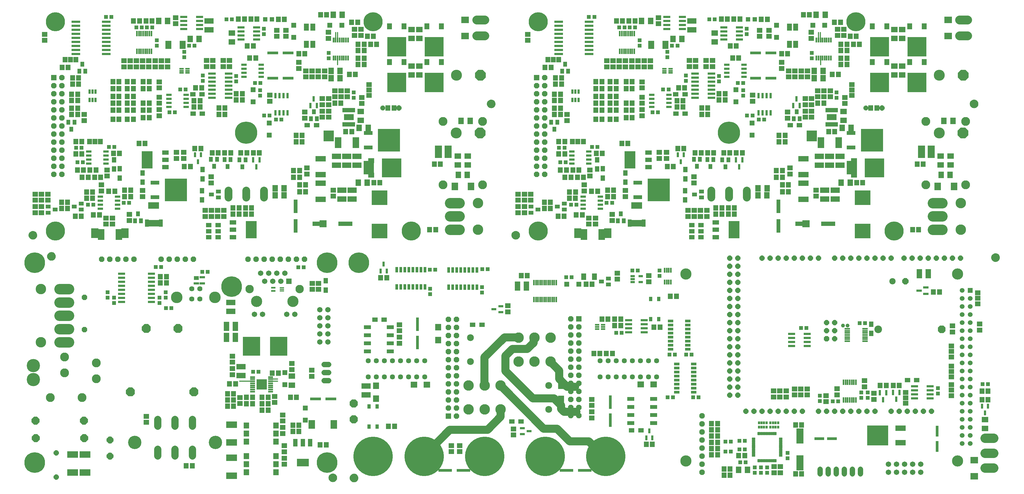
<source format=gts>
G75*
G70*
%OFA0B0*%
%FSLAX24Y24*%
%IPPOS*%
%LPD*%
%AMOC8*
5,1,8,0,0,1.08239X$1,22.5*
%
%ADD10R,0.1275X0.1700*%
%ADD11C,0.0120*%
%ADD12C,0.0140*%
%ADD13C,0.1000*%
%ADD14R,0.0671X0.0552*%
%ADD15R,0.0513X0.0474*%
%ADD16R,0.0671X0.0592*%
%ADD17R,0.0592X0.0671*%
%ADD18R,0.1143X0.0710*%
%ADD19R,0.0760X0.0270*%
%ADD20R,0.0474X0.0513*%
%ADD21R,0.0218X0.0710*%
%ADD22R,0.1080X0.0300*%
%ADD23R,0.0710X0.0790*%
%ADD24C,0.0973*%
%ADD25C,0.2759*%
%ADD26R,0.0552X0.0671*%
%ADD27R,0.0830X0.0530*%
%ADD28R,0.1375X0.2125*%
%ADD29R,0.0690X0.0316*%
%ADD30R,0.0474X0.0631*%
%ADD31R,0.0631X0.0474*%
%ADD32R,0.0789X0.1340*%
%ADD33R,0.0300X0.0680*%
%ADD34R,0.0300X0.0600*%
%ADD35R,0.1060X0.0450*%
%ADD36R,0.2770X0.2850*%
%ADD37R,0.0710X0.0789*%
%ADD38R,0.0860X0.0300*%
%ADD39R,0.0674X0.0674*%
%ADD40OC8,0.0674*%
%ADD41R,0.2444X0.2365*%
%ADD42R,0.0749X0.0592*%
%ADD43R,0.0789X0.0710*%
%ADD44R,0.1280X0.0680*%
%ADD45R,0.0260X0.0580*%
%ADD46R,0.1240X0.0770*%
%ADD47R,0.1360X0.0380*%
%ADD48R,0.0552X0.0552*%
%ADD49R,0.0631X0.0631*%
%ADD50R,0.0220X0.0640*%
%ADD51C,0.1360*%
%ADD52OC8,0.1360*%
%ADD53R,0.2365X0.2444*%
%ADD54R,0.0592X0.0749*%
%ADD55R,0.0316X0.0690*%
%ADD56R,0.0540X0.0220*%
%ADD57R,0.0300X0.0580*%
%ADD58R,0.0946X0.0316*%
%ADD59C,0.1100*%
%ADD60R,0.0510X0.1680*%
%ADD61R,0.0789X0.0946*%
%ADD62R,0.0909X0.1539*%
%ADD63R,0.0631X0.0907*%
%ADD64OC8,0.0640*%
%ADD65OC8,0.0600*%
%ADD66R,0.0946X0.0789*%
%ADD67R,0.1939X0.1841*%
%ADD68C,0.1100*%
%ADD69R,0.1720X0.0550*%
%ADD70R,0.1340X0.0789*%
%ADD71R,0.0640X0.0220*%
%ADD72R,0.1298X0.1298*%
%ADD73R,0.2165X0.2362*%
%ADD74R,0.0710X0.1143*%
%ADD75OC8,0.0973*%
%ADD76R,0.0790X0.0710*%
%ADD77C,0.0907*%
%ADD78OC8,0.0840*%
%ADD79C,0.1653*%
%ADD80R,0.0678X0.0781*%
%ADD81R,0.0789X0.1064*%
%ADD82C,0.0674*%
%ADD83C,0.0674*%
%ADD84R,0.0560X0.0960*%
%ADD85R,0.1504X0.0953*%
%ADD86C,0.0640*%
%ADD87C,0.1436*%
%ADD88C,0.1039*%
%ADD89C,0.1386*%
%ADD90R,0.0520X0.0180*%
%ADD91R,0.0520X0.0200*%
%ADD92R,0.0600X0.0450*%
%ADD93R,0.0700X0.0300*%
%ADD94OC8,0.0680*%
%ADD95R,0.0867X0.0474*%
%ADD96R,0.0220X0.0710*%
%ADD97R,0.0600X0.0300*%
%ADD98R,0.2641X0.2483*%
%ADD99R,0.1261X0.0710*%
%ADD100R,0.1210X0.0380*%
%ADD101C,0.0477*%
%ADD102R,0.0660X0.0220*%
%ADD103R,0.0867X0.1852*%
%ADD104R,0.0680X0.0300*%
%ADD105C,0.0946*%
%ADD106OC8,0.0946*%
%ADD107OC8,0.0634*%
%ADD108R,0.0320X0.0690*%
%ADD109R,0.0749X0.0789*%
%ADD110C,0.1299*%
%ADD111C,0.0848*%
%ADD112C,0.4885*%
%ADD113C,0.1172*%
%ADD114R,0.0690X0.0320*%
%ADD115R,0.0430X0.0580*%
%ADD116C,0.0595*%
%ADD117R,0.0595X0.0595*%
%ADD118R,0.0580X0.0300*%
%ADD119R,0.0631X0.0789*%
%ADD120R,0.0789X0.0749*%
%ADD121C,0.0634*%
%ADD122C,0.0103*%
%ADD123R,0.0277X0.0336*%
%ADD124R,0.0220X0.0600*%
%ADD125C,0.0050*%
%ADD126C,0.0780*%
%ADD127OC8,0.0780*%
%ADD128OC8,0.1100*%
%ADD129C,0.1299*%
%ADD130R,0.0220X0.0660*%
%ADD131R,0.0380X0.1360*%
%ADD132R,0.0380X0.1680*%
%ADD133OC8,0.0996*%
%ADD134R,0.1680X0.0380*%
%ADD135R,0.0516X0.0516*%
%ADD136C,0.2365*%
%ADD137C,0.2562*%
%ADD138C,0.1650*%
D10*
X047478Y042822D03*
X107320Y042822D03*
D11*
X103458Y055597D02*
X103458Y056397D01*
X043615Y056397D02*
X043615Y055597D01*
X032840Y016322D02*
X031465Y016322D01*
D12*
X035215Y016347D02*
X036165Y016347D01*
X036165Y016597D02*
X035240Y016597D01*
X043365Y058672D02*
X043365Y059597D01*
X043590Y059597D02*
X043590Y058672D01*
X103208Y058672D02*
X103208Y059597D01*
X103433Y059597D02*
X103433Y058672D01*
D13*
X067890Y021847D02*
X067890Y021097D01*
X067115Y020322D01*
X065265Y020322D01*
X064415Y019472D01*
X064415Y017597D01*
X067815Y014197D01*
X070440Y014197D01*
X071290Y013347D01*
X071290Y012897D01*
X071665Y012522D01*
X073215Y012522D01*
X070790Y010447D02*
X069140Y010447D01*
X063890Y015697D01*
X063865Y015747D02*
X063790Y015747D01*
X061815Y015847D02*
X061765Y015797D01*
X061815Y015847D02*
X061815Y019297D01*
X064290Y021772D01*
X066015Y021772D01*
X069990Y018722D02*
X071065Y017647D01*
X071065Y016622D01*
X072040Y015647D01*
X073040Y015647D01*
X063815Y012897D02*
X063815Y011922D01*
X062190Y010297D01*
X057515Y010297D01*
X054665Y007447D01*
X070790Y010447D02*
X072365Y008872D01*
X074740Y008872D01*
X076290Y007322D01*
X076465Y007322D01*
D14*
X080046Y010234D03*
X081188Y010234D03*
X066336Y011322D03*
X065195Y011322D03*
X061486Y023347D03*
X060345Y023347D03*
X049361Y023972D03*
X048220Y023972D03*
X028786Y034197D03*
X028786Y034947D03*
X028786Y035697D03*
X027645Y035697D03*
X027645Y034947D03*
X027645Y034197D03*
X039845Y048097D03*
X040986Y048097D03*
X026836Y049547D03*
X025695Y049547D03*
X025670Y051922D03*
X026811Y051922D03*
X085512Y051922D03*
X086654Y051922D03*
X086679Y049547D03*
X085537Y049547D03*
X099687Y048097D03*
X100829Y048097D03*
X088629Y035697D03*
X088629Y034947D03*
X088629Y034197D03*
X087487Y034197D03*
X087487Y034947D03*
X087487Y035697D03*
X114220Y016472D03*
X115361Y016472D03*
D15*
X123531Y015972D03*
X124200Y015972D03*
X108975Y023547D03*
X108306Y023547D03*
X101700Y022922D03*
X101031Y022922D03*
X087475Y019622D03*
X086806Y019622D03*
X085400Y019622D03*
X084731Y019622D03*
X078800Y022322D03*
X078131Y022322D03*
X080131Y030072D03*
X080800Y030072D03*
X077618Y038472D03*
X076948Y038472D03*
X073193Y038247D03*
X072523Y038247D03*
X071868Y043497D03*
X071198Y043497D03*
X071048Y045297D03*
X071718Y045297D03*
X075123Y045397D03*
X075793Y045397D03*
X082623Y049697D03*
X083293Y049697D03*
X083948Y052547D03*
X084618Y052547D03*
X093198Y053347D03*
X093868Y053347D03*
X093858Y052432D03*
X093858Y051762D03*
X095798Y048797D03*
X096468Y048797D03*
X085718Y057972D03*
X085048Y057972D03*
X080468Y060247D03*
X079798Y060247D03*
X079168Y060247D03*
X078498Y060247D03*
X075418Y061522D03*
X074748Y061522D03*
X036625Y048797D03*
X035956Y048797D03*
X034015Y051762D03*
X034015Y052432D03*
X034025Y053347D03*
X033356Y053347D03*
X024775Y052547D03*
X024106Y052547D03*
X023450Y049697D03*
X022781Y049697D03*
X015950Y045397D03*
X015281Y045397D03*
X011875Y045297D03*
X011206Y045297D03*
X011356Y043497D03*
X012025Y043497D03*
X012681Y038247D03*
X013350Y038247D03*
X017106Y038472D03*
X017775Y038472D03*
X026831Y029897D03*
X027500Y029897D03*
X033131Y017497D03*
X033800Y017497D03*
X055031Y030172D03*
X055700Y030172D03*
X061531Y030247D03*
X062200Y030247D03*
X084506Y014347D03*
X085175Y014347D03*
X087656Y014347D03*
X088325Y014347D03*
X093406Y008922D03*
X094075Y008922D03*
X092350Y008847D03*
X091681Y008847D03*
X091681Y007597D03*
X092350Y007597D03*
X093406Y007872D03*
X094075Y007872D03*
X094175Y006272D03*
X093506Y006272D03*
X104956Y013847D03*
X105625Y013847D03*
X025875Y057972D03*
X025206Y057972D03*
X020625Y060247D03*
X019956Y060247D03*
X019325Y060247D03*
X018656Y060247D03*
X015575Y061522D03*
X014906Y061522D03*
D16*
X007315Y059371D03*
X007315Y058623D03*
X017140Y056096D03*
X017140Y055348D03*
X017890Y055348D03*
X017890Y056096D03*
X018665Y056096D03*
X018665Y055348D03*
X019440Y055348D03*
X019440Y056096D03*
X020215Y056096D03*
X020215Y055348D03*
X020990Y055348D03*
X020990Y056096D03*
X021765Y056096D03*
X021765Y055348D03*
X022540Y055348D03*
X022540Y056096D03*
X021490Y053471D03*
X021490Y052723D03*
X021490Y051571D03*
X021490Y050823D03*
X021490Y050026D03*
X021490Y049278D03*
X023640Y044721D03*
X023640Y043973D03*
X024540Y043973D03*
X024540Y044721D03*
X027940Y041696D03*
X027940Y040948D03*
X027965Y037521D03*
X027965Y036773D03*
X027190Y036773D03*
X027190Y037521D03*
X028740Y037521D03*
X028740Y036773D03*
X029515Y036773D03*
X029515Y037521D03*
X039815Y042048D03*
X039815Y042796D03*
X043065Y040046D03*
X043065Y039298D03*
X042490Y049098D03*
X042490Y049846D03*
X041715Y049846D03*
X041715Y049098D03*
X039540Y048973D03*
X039540Y049721D03*
X041715Y050648D03*
X041715Y051396D03*
X042490Y051396D03*
X042490Y050648D03*
X043265Y051623D03*
X043265Y052371D03*
X044040Y052371D03*
X044040Y051623D03*
X044815Y051623D03*
X044815Y052371D03*
X046615Y051546D03*
X046615Y050798D03*
X047490Y051803D03*
X047490Y052472D03*
X047490Y053141D03*
X041990Y054098D03*
X041990Y054846D03*
X041215Y054846D03*
X041215Y054098D03*
X040440Y054098D03*
X040440Y054846D03*
X039665Y054846D03*
X039665Y054098D03*
X038790Y055148D03*
X038790Y055896D03*
X037215Y059123D03*
X037215Y059871D03*
X036065Y059871D03*
X036065Y059123D03*
X042465Y058873D03*
X042465Y059621D03*
X045715Y059248D03*
X045715Y059996D03*
X046490Y059996D03*
X046490Y059248D03*
X035190Y051821D03*
X035190Y051073D03*
X030215Y055373D03*
X030215Y056121D03*
X029440Y056121D03*
X029440Y055373D03*
X028140Y055373D03*
X028140Y056121D03*
X027365Y056121D03*
X027365Y055373D03*
X023540Y060698D03*
X023540Y061446D03*
X012190Y049421D03*
X012190Y048673D03*
X015040Y042546D03*
X015040Y041798D03*
X014342Y040700D03*
X014342Y039952D03*
X019440Y039996D03*
X019440Y039248D03*
X017790Y037021D03*
X017790Y036273D03*
X015715Y036571D03*
X015715Y035823D03*
X014890Y035823D03*
X014890Y036571D03*
X007690Y038798D03*
X007690Y039546D03*
X006915Y039546D03*
X006915Y038798D03*
X006140Y038798D03*
X006140Y039546D03*
X006140Y037996D03*
X006915Y037996D03*
X006915Y037248D03*
X006140Y037248D03*
X040465Y028471D03*
X041240Y028471D03*
X041240Y027723D03*
X040465Y027723D03*
X051265Y023346D03*
X051265Y022598D03*
X051265Y021796D03*
X051265Y021048D03*
X040390Y017696D03*
X040390Y016948D03*
X037940Y017773D03*
X037940Y018521D03*
X030565Y018698D03*
X030565Y019446D03*
X030565Y017896D03*
X030565Y017148D03*
X031515Y014306D03*
X031515Y013558D03*
X035790Y013698D03*
X035790Y014446D03*
X036815Y012146D03*
X036815Y011398D03*
X036815Y010596D03*
X036815Y009848D03*
X037015Y008321D03*
X037015Y007573D03*
X037015Y006771D03*
X037015Y006023D03*
X019890Y011223D03*
X019890Y011971D03*
X057715Y008346D03*
X057715Y007598D03*
X058740Y007598D03*
X058740Y008346D03*
X065390Y009654D03*
X065390Y010402D03*
X075090Y011773D03*
X075090Y012521D03*
X075090Y013323D03*
X075090Y014071D03*
X064715Y024948D03*
X064715Y025696D03*
X078265Y028998D03*
X078265Y029746D03*
X082165Y029421D03*
X082165Y028673D03*
X075558Y035823D03*
X075558Y036571D03*
X074733Y036571D03*
X074733Y035823D03*
X077633Y036273D03*
X077633Y037021D03*
X079283Y039248D03*
X079283Y039996D03*
X074883Y041798D03*
X074883Y042546D03*
X074184Y040700D03*
X074184Y039952D03*
X067533Y039546D03*
X067533Y038798D03*
X066758Y038798D03*
X066758Y039546D03*
X065983Y039546D03*
X065983Y038798D03*
X065983Y037996D03*
X066758Y037996D03*
X066758Y037248D03*
X065983Y037248D03*
X083483Y043973D03*
X083483Y044721D03*
X084383Y044721D03*
X084383Y043973D03*
X087783Y041696D03*
X087783Y040948D03*
X087808Y037521D03*
X087808Y036773D03*
X088583Y036773D03*
X088583Y037521D03*
X089358Y037521D03*
X089358Y036773D03*
X087033Y036773D03*
X087033Y037521D03*
X099658Y042048D03*
X099658Y042796D03*
X102908Y040046D03*
X102908Y039298D03*
X102333Y049098D03*
X102333Y049846D03*
X101558Y049846D03*
X101558Y049098D03*
X099383Y048973D03*
X099383Y049721D03*
X101558Y050648D03*
X101558Y051396D03*
X102333Y051396D03*
X102333Y050648D03*
X103108Y051623D03*
X103108Y052371D03*
X103883Y052371D03*
X103883Y051623D03*
X104658Y051623D03*
X104658Y052371D03*
X106458Y051546D03*
X106458Y050798D03*
X107333Y051803D03*
X107333Y052472D03*
X107333Y053141D03*
X101833Y054098D03*
X101833Y054846D03*
X101058Y054846D03*
X101058Y054098D03*
X100283Y054098D03*
X100283Y054846D03*
X099508Y054846D03*
X099508Y054098D03*
X098633Y055148D03*
X098633Y055896D03*
X097058Y059123D03*
X097058Y059871D03*
X095908Y059871D03*
X095908Y059123D03*
X102308Y058873D03*
X102308Y059621D03*
X105558Y059248D03*
X105558Y059996D03*
X106333Y059996D03*
X106333Y059248D03*
X095033Y051821D03*
X095033Y051073D03*
X090058Y055373D03*
X090058Y056121D03*
X089283Y056121D03*
X089283Y055373D03*
X087983Y055373D03*
X087983Y056121D03*
X087208Y056121D03*
X087208Y055373D03*
X082383Y055348D03*
X082383Y056096D03*
X081608Y056096D03*
X081608Y055348D03*
X080833Y055348D03*
X080833Y056096D03*
X080058Y056096D03*
X080058Y055348D03*
X079283Y055348D03*
X079283Y056096D03*
X078508Y056096D03*
X078508Y055348D03*
X077733Y055348D03*
X077733Y056096D03*
X076983Y056096D03*
X076983Y055348D03*
X081333Y053471D03*
X081333Y052723D03*
X081333Y051571D03*
X081333Y050823D03*
X081333Y050026D03*
X081333Y049278D03*
X072033Y049421D03*
X072033Y048673D03*
X067158Y058623D03*
X067158Y059371D03*
X083383Y060698D03*
X083383Y061446D03*
X122940Y027291D03*
X122940Y026622D03*
X122940Y025953D03*
X123165Y023421D03*
X123165Y022673D03*
X119815Y022448D03*
X119815Y023196D03*
X119665Y020691D03*
X119665Y020022D03*
X119665Y019353D03*
X119665Y018216D03*
X119665Y017547D03*
X119665Y016878D03*
X119665Y015891D03*
X119665Y015222D03*
X119665Y014553D03*
X114015Y014272D03*
X114015Y013603D03*
X114015Y014941D03*
X110065Y014821D03*
X110065Y014073D03*
X108890Y015648D03*
X108890Y016396D03*
X105515Y015396D03*
X105515Y014648D03*
X104140Y014546D03*
X104140Y013798D03*
X101790Y014623D03*
X101790Y015371D03*
X101015Y015371D03*
X101015Y014623D03*
X100240Y014623D03*
X100240Y015371D03*
X099190Y015121D03*
X099190Y014373D03*
X098415Y014373D03*
X098415Y015121D03*
X097640Y015121D03*
X097640Y014373D03*
X097690Y005721D03*
X098465Y005721D03*
X098465Y004973D03*
X097690Y004973D03*
D17*
X100366Y004847D03*
X101114Y004847D03*
X094064Y007097D03*
X093316Y007097D03*
X090689Y007197D03*
X089941Y007197D03*
X089941Y007972D03*
X090689Y007972D03*
X090689Y008747D03*
X089941Y008747D03*
X089941Y009522D03*
X090689Y009522D03*
X090689Y010297D03*
X089941Y010297D03*
X089941Y011072D03*
X090689Y011072D03*
X082614Y008497D03*
X081866Y008497D03*
X091491Y005447D03*
X092239Y005447D03*
X092239Y004672D03*
X091491Y004672D03*
X100366Y010897D03*
X101114Y010897D03*
X110841Y015797D03*
X111589Y015797D03*
X112466Y015797D03*
X113214Y015797D03*
X123466Y015097D03*
X124214Y015097D03*
X124214Y014022D03*
X123466Y014022D03*
X118189Y027397D03*
X117441Y027397D03*
X115607Y035122D03*
X114859Y035122D03*
X108682Y040972D03*
X107934Y040972D03*
X115434Y043272D03*
X116182Y043272D03*
X105207Y047297D03*
X104459Y047297D03*
X099057Y046822D03*
X098309Y046822D03*
X098309Y046022D03*
X099057Y046022D03*
X093757Y044672D03*
X093009Y044672D03*
X092207Y044672D03*
X091459Y044672D03*
X090207Y044672D03*
X089459Y044672D03*
X088657Y044672D03*
X087909Y044672D03*
X086507Y045197D03*
X085759Y045197D03*
X085207Y042972D03*
X084459Y042972D03*
X079582Y045822D03*
X078834Y045822D03*
X076411Y044616D03*
X075663Y044616D03*
X074052Y046072D03*
X073383Y046072D03*
X072714Y046072D03*
X071757Y046072D03*
X071009Y046072D03*
X071009Y044522D03*
X071757Y044522D03*
X071957Y042547D03*
X071209Y042547D03*
X072759Y042547D03*
X073507Y042547D03*
X073334Y041647D03*
X074082Y041647D03*
X072532Y041647D03*
X071784Y041647D03*
X075084Y039897D03*
X075832Y039897D03*
X077059Y040029D03*
X077807Y040029D03*
X077807Y039247D03*
X077059Y039247D03*
X073082Y039035D03*
X072334Y039035D03*
X072340Y039816D03*
X073088Y039816D03*
X069982Y038547D03*
X069234Y038547D03*
X069234Y037772D03*
X069982Y037772D03*
X070934Y036797D03*
X071682Y036797D03*
X073184Y036972D03*
X073932Y036972D03*
X067114Y029447D03*
X066366Y029447D03*
X074391Y028372D03*
X075139Y028372D03*
X076366Y024022D03*
X077114Y024022D03*
X077941Y024022D03*
X078689Y024022D03*
X078689Y023247D03*
X077941Y023247D03*
X082816Y023022D03*
X083564Y023022D03*
X077664Y019772D03*
X076916Y019772D03*
X076114Y019772D03*
X075366Y019772D03*
X084841Y026872D03*
X085589Y026872D03*
X090484Y037072D03*
X091232Y037072D03*
X091232Y037847D03*
X090484Y037847D03*
X092034Y037847D03*
X092782Y037847D03*
X092782Y037072D03*
X092034Y037072D03*
X098734Y039847D03*
X099482Y039847D03*
X099482Y040697D03*
X098734Y040697D03*
X098732Y041622D03*
X097984Y041622D03*
X097984Y042472D03*
X098732Y042472D03*
X089482Y049447D03*
X088734Y049447D03*
X088734Y050222D03*
X089482Y050222D03*
X090884Y051222D03*
X091632Y051222D03*
X091632Y051997D03*
X090884Y051997D03*
X086607Y052722D03*
X085859Y052722D03*
X085659Y051147D03*
X086407Y051147D03*
X086407Y050372D03*
X085659Y050372D03*
X080107Y049972D03*
X079359Y049972D03*
X079359Y050822D03*
X080107Y050822D03*
X078132Y050822D03*
X077384Y050822D03*
X077384Y051667D03*
X078132Y051667D03*
X076357Y051667D03*
X075609Y051667D03*
X075609Y050822D03*
X076357Y050822D03*
X076357Y049972D03*
X075609Y049972D03*
X075609Y048822D03*
X076357Y048822D03*
X077384Y048822D03*
X078132Y048822D03*
X079359Y049047D03*
X080107Y049047D03*
X078132Y049971D03*
X077384Y049971D03*
X077384Y052647D03*
X078132Y052647D03*
X078132Y053497D03*
X077384Y053497D03*
X076357Y053497D03*
X075609Y053497D03*
X075609Y052647D03*
X076357Y052647D03*
X079359Y052647D03*
X080107Y052647D03*
X080107Y053497D03*
X079359Y053497D03*
X071357Y053197D03*
X070609Y053197D03*
X070609Y053972D03*
X071357Y053972D03*
X070057Y055272D03*
X069309Y055272D03*
X069664Y056222D03*
X070333Y056222D03*
X071002Y056222D03*
X071232Y051947D03*
X070484Y051947D03*
X070484Y051172D03*
X071232Y051172D03*
X071232Y050197D03*
X070484Y050197D03*
X070484Y049422D03*
X071232Y049422D03*
X056339Y043272D03*
X055591Y043272D03*
X048839Y040972D03*
X048091Y040972D03*
X039639Y040697D03*
X038891Y040697D03*
X038891Y039847D03*
X039639Y039847D03*
X038889Y041622D03*
X038141Y041622D03*
X038141Y042472D03*
X038889Y042472D03*
X033914Y044672D03*
X033166Y044672D03*
X032364Y044672D03*
X031616Y044672D03*
X030364Y044672D03*
X029616Y044672D03*
X028814Y044672D03*
X028066Y044672D03*
X026664Y045197D03*
X025916Y045197D03*
X025364Y042972D03*
X024616Y042972D03*
X019739Y045822D03*
X018991Y045822D03*
X016569Y044616D03*
X015820Y044616D03*
X014210Y046072D03*
X013540Y046072D03*
X012871Y046072D03*
X011914Y046072D03*
X011166Y046072D03*
X011166Y044522D03*
X011914Y044522D03*
X012114Y042547D03*
X011366Y042547D03*
X012916Y042547D03*
X013664Y042547D03*
X013491Y041647D03*
X014239Y041647D03*
X012689Y041647D03*
X011941Y041647D03*
X012498Y039816D03*
X013246Y039816D03*
X013239Y039035D03*
X012491Y039035D03*
X010139Y038547D03*
X009391Y038547D03*
X009391Y037772D03*
X010139Y037772D03*
X011091Y036797D03*
X011839Y036797D03*
X013341Y036972D03*
X014089Y036972D03*
X017216Y039247D03*
X017964Y039247D03*
X017964Y040029D03*
X017216Y040029D03*
X015989Y039897D03*
X015241Y039897D03*
X030641Y037847D03*
X031389Y037847D03*
X031389Y037072D03*
X030641Y037072D03*
X032191Y037072D03*
X032939Y037072D03*
X032939Y037847D03*
X032191Y037847D03*
X038466Y046022D03*
X039214Y046022D03*
X039214Y046822D03*
X038466Y046822D03*
X044616Y047297D03*
X045364Y047297D03*
X049841Y050247D03*
X050589Y050247D03*
X044014Y050822D03*
X043266Y050822D03*
X045066Y054397D03*
X045814Y054397D03*
X046141Y055622D03*
X046889Y055622D03*
X046889Y056397D03*
X046141Y056397D03*
X046141Y057372D03*
X046889Y057372D03*
X046889Y058147D03*
X046141Y058147D03*
X047691Y058147D03*
X048439Y058147D03*
X048039Y059147D03*
X047291Y059147D03*
X046089Y060872D03*
X045341Y060872D03*
X042239Y061797D03*
X041491Y061797D03*
X037014Y061247D03*
X036266Y061247D03*
X033614Y061272D03*
X032866Y061272D03*
X032064Y061272D03*
X031316Y061272D03*
X032416Y057922D03*
X033164Y057922D03*
X033464Y056422D03*
X032716Y056422D03*
X038791Y056972D03*
X039539Y056972D03*
X031789Y051997D03*
X031041Y051997D03*
X031041Y051222D03*
X031789Y051222D03*
X029639Y050222D03*
X028891Y050222D03*
X028891Y049447D03*
X029639Y049447D03*
X026564Y050372D03*
X025816Y050372D03*
X025816Y051147D03*
X026564Y051147D03*
X026764Y052722D03*
X026016Y052722D03*
X020264Y052647D03*
X019516Y052647D03*
X019516Y053497D03*
X020264Y053497D03*
X018289Y053497D03*
X017541Y053497D03*
X017541Y052647D03*
X018289Y052647D03*
X016514Y052647D03*
X015766Y052647D03*
X015766Y053497D03*
X016514Y053497D03*
X016514Y051667D03*
X015766Y051667D03*
X015766Y050822D03*
X016514Y050822D03*
X016514Y049972D03*
X015766Y049972D03*
X015766Y048822D03*
X016514Y048822D03*
X017541Y048822D03*
X018289Y048822D03*
X019516Y049047D03*
X020264Y049047D03*
X020264Y049972D03*
X019516Y049972D03*
X019516Y050822D03*
X020264Y050822D03*
X018289Y050822D03*
X017541Y050822D03*
X017541Y051667D03*
X018289Y051667D03*
X018289Y049971D03*
X017541Y049971D03*
X011389Y050197D03*
X010641Y050197D03*
X010641Y049422D03*
X011389Y049422D03*
X011389Y051172D03*
X010641Y051172D03*
X010641Y051947D03*
X011389Y051947D03*
X011514Y053197D03*
X010766Y053197D03*
X010766Y053972D03*
X011514Y053972D03*
X010214Y055272D03*
X009466Y055272D03*
X009821Y056222D03*
X010490Y056222D03*
X011160Y056222D03*
X018316Y061022D03*
X019064Y061022D03*
X019866Y061022D03*
X020614Y061022D03*
X055016Y035122D03*
X055764Y035122D03*
X049689Y029172D03*
X048941Y029172D03*
X036264Y017347D03*
X035516Y017347D03*
X030964Y015997D03*
X030216Y015997D03*
X029966Y014772D03*
X030714Y014772D03*
X030714Y013997D03*
X029966Y013997D03*
X029966Y013222D03*
X030714Y013222D03*
X032316Y013547D03*
X033064Y013547D03*
X033064Y014322D03*
X032316Y014322D03*
X034241Y014322D03*
X034989Y014322D03*
X034989Y013522D03*
X034241Y013522D03*
X034241Y012747D03*
X034989Y012747D03*
X037766Y014347D03*
X038514Y014347D03*
X038814Y010872D03*
X038066Y010872D03*
X038066Y010097D03*
X038814Y010097D03*
X041441Y008422D03*
X042189Y008422D03*
X049916Y010747D03*
X050664Y010747D03*
X025589Y005822D03*
X024841Y005822D03*
X022389Y028522D03*
X021641Y028522D03*
X021641Y029297D03*
X022389Y029297D03*
X078159Y061022D03*
X078907Y061022D03*
X079709Y061022D03*
X080457Y061022D03*
X091159Y061272D03*
X091907Y061272D03*
X092709Y061272D03*
X093457Y061272D03*
X096109Y061247D03*
X096857Y061247D03*
X101334Y061797D03*
X102082Y061797D03*
X105184Y060872D03*
X105932Y060872D03*
X107134Y059147D03*
X107882Y059147D03*
X107534Y058147D03*
X108282Y058147D03*
X106732Y058147D03*
X105984Y058147D03*
X105984Y057372D03*
X106732Y057372D03*
X106732Y056397D03*
X105984Y056397D03*
X105984Y055622D03*
X106732Y055622D03*
X105657Y054397D03*
X104909Y054397D03*
X099382Y056972D03*
X098634Y056972D03*
X093307Y056422D03*
X092559Y056422D03*
X092259Y057922D03*
X093007Y057922D03*
X103109Y050822D03*
X103857Y050822D03*
X109684Y050247D03*
X110432Y050247D03*
D18*
X105858Y044223D03*
X105858Y043121D03*
X104583Y043121D03*
X104583Y044223D03*
X103308Y044223D03*
X103308Y043121D03*
X103983Y040023D03*
X105258Y040023D03*
X105258Y038921D03*
X103983Y038921D03*
X087508Y059946D03*
X087508Y061048D03*
X046015Y044223D03*
X046015Y043121D03*
X044740Y043121D03*
X044740Y044223D03*
X043465Y044223D03*
X043465Y043121D03*
X044140Y040023D03*
X045415Y040023D03*
X045415Y038921D03*
X044140Y038921D03*
X030365Y026098D03*
X030365Y024996D03*
X031640Y018148D03*
X031640Y017046D03*
X047140Y015748D03*
X047140Y014646D03*
X027665Y059946D03*
X027665Y061048D03*
D19*
X024395Y058452D03*
X024395Y058202D03*
X024395Y057942D03*
X024395Y057692D03*
X022635Y057692D03*
X022635Y057942D03*
X022635Y058202D03*
X022635Y058452D03*
X082478Y058452D03*
X082478Y058202D03*
X082478Y057942D03*
X082478Y057692D03*
X084238Y057692D03*
X084238Y057942D03*
X084238Y058202D03*
X084238Y058452D03*
D20*
X084458Y057207D03*
X084458Y056537D03*
X081033Y057962D03*
X081033Y058632D03*
X089673Y061222D03*
X090343Y061222D03*
X094308Y060057D03*
X094308Y059387D03*
X102358Y057082D03*
X102358Y056412D03*
X105433Y052182D03*
X105433Y051512D03*
X095018Y049297D03*
X094348Y049297D03*
X090883Y053537D03*
X090883Y054207D03*
X086758Y054282D03*
X086758Y053612D03*
X045590Y052182D03*
X045590Y051512D03*
X042515Y056412D03*
X042515Y057082D03*
X034465Y059387D03*
X034465Y060057D03*
X030500Y061222D03*
X029831Y061222D03*
X024615Y057207D03*
X024615Y056537D03*
X021190Y057962D03*
X021190Y058632D03*
X026915Y054282D03*
X026915Y053612D03*
X031040Y053537D03*
X031040Y054207D03*
X034506Y049297D03*
X035175Y049297D03*
X038731Y030472D03*
X039400Y030472D03*
X055065Y027807D03*
X055065Y027137D03*
X061490Y027337D03*
X061490Y028007D03*
X071931Y029222D03*
X072600Y029222D03*
X083490Y029412D03*
X083490Y030082D03*
X108515Y014932D03*
X108515Y014262D03*
X109290Y014262D03*
X109290Y014932D03*
X103365Y014532D03*
X103365Y013862D03*
X099365Y007432D03*
X099365Y006762D03*
X096840Y005632D03*
X096840Y004962D03*
X096065Y004962D03*
X096065Y005632D03*
X095290Y005632D03*
X095290Y004962D03*
X117990Y014787D03*
X117990Y015457D03*
X023000Y025397D03*
X022331Y025397D03*
X021540Y026037D03*
X021540Y026707D03*
X022315Y026712D03*
X022315Y027382D03*
X021750Y030497D03*
X021081Y030497D03*
X015115Y027357D03*
X015115Y026687D03*
X015890Y026707D03*
X015890Y026037D03*
D21*
X018735Y057270D03*
X018991Y057270D03*
X019247Y057270D03*
X019503Y057270D03*
X019759Y057270D03*
X020014Y057270D03*
X020270Y057270D03*
X020526Y057270D03*
X020526Y059474D03*
X020270Y059474D03*
X020014Y059474D03*
X019759Y059474D03*
X019503Y059474D03*
X019247Y059474D03*
X018991Y059474D03*
X018735Y059474D03*
X078577Y059474D03*
X078833Y059474D03*
X079089Y059474D03*
X079345Y059474D03*
X079601Y059474D03*
X079857Y059474D03*
X080113Y059474D03*
X080369Y059474D03*
X080369Y057270D03*
X080113Y057270D03*
X079857Y057270D03*
X079601Y057270D03*
X079345Y057270D03*
X079089Y057270D03*
X078833Y057270D03*
X078577Y057270D03*
D22*
X074763Y057447D03*
X074763Y056947D03*
X074763Y057947D03*
X074763Y058447D03*
X074763Y058947D03*
X074763Y059447D03*
X074763Y059947D03*
X074763Y060447D03*
X074763Y060947D03*
X071003Y060947D03*
X071003Y060447D03*
X071003Y059947D03*
X071003Y059447D03*
X071003Y058947D03*
X071003Y058447D03*
X071003Y057947D03*
X071003Y057447D03*
X071003Y056947D03*
X014920Y056947D03*
X014920Y057447D03*
X014920Y057947D03*
X014920Y058447D03*
X014920Y058947D03*
X014920Y059447D03*
X014920Y059947D03*
X014920Y060447D03*
X014920Y060947D03*
X011160Y060947D03*
X011160Y060447D03*
X011160Y059947D03*
X011160Y059447D03*
X011160Y058947D03*
X011160Y058447D03*
X011160Y057947D03*
X011160Y057447D03*
X011160Y056947D03*
D23*
X021431Y061022D03*
X022550Y061022D03*
X043056Y061797D03*
X044175Y061797D03*
X058906Y048647D03*
X060025Y048647D03*
X047400Y047772D03*
X046281Y047772D03*
X046156Y040972D03*
X047275Y040972D03*
X036975Y040272D03*
X035856Y040272D03*
X081273Y061022D03*
X082393Y061022D03*
X102898Y061797D03*
X104018Y061797D03*
X118748Y048647D03*
X119868Y048647D03*
X107243Y047772D03*
X106123Y047772D03*
X105998Y040972D03*
X107118Y040972D03*
X096818Y040272D03*
X095698Y040272D03*
D24*
X094295Y040015D02*
X094295Y039130D01*
X092095Y039130D02*
X092095Y040015D01*
X089895Y040015D02*
X089895Y039130D01*
X034452Y039130D02*
X034452Y040015D01*
X032252Y040015D02*
X032252Y039130D01*
X030052Y039130D02*
X030052Y040015D01*
D25*
X032252Y047173D03*
X092095Y047173D03*
D26*
X086708Y042593D03*
X086708Y041451D03*
X086658Y039968D03*
X086658Y038826D03*
X079283Y041026D03*
X079283Y042168D03*
X076458Y042693D03*
X075758Y042676D03*
X075758Y043818D03*
X076458Y041551D03*
X042140Y028793D03*
X042140Y027651D03*
X026815Y038826D03*
X026815Y039968D03*
X026865Y041451D03*
X026865Y042593D03*
X019440Y042168D03*
X019440Y041026D03*
X016615Y041551D03*
X016615Y042693D03*
X015915Y042676D03*
X015915Y043818D03*
X109740Y023418D03*
X109740Y022276D03*
D27*
X090473Y034212D03*
X090473Y035122D03*
X090473Y036032D03*
X082118Y042887D03*
X082118Y043797D03*
X082118Y044707D03*
X030630Y036032D03*
X030630Y035122D03*
X030630Y034212D03*
X022275Y042887D03*
X022275Y043797D03*
X022275Y044707D03*
D28*
X020005Y043797D03*
X032900Y035122D03*
X079848Y043797D03*
X092743Y035122D03*
D29*
X076171Y037724D03*
X076171Y038224D03*
X076171Y038724D03*
X076171Y039224D03*
X074045Y039224D03*
X074045Y038724D03*
X074045Y038224D03*
X074045Y037724D03*
X074746Y043349D03*
X074746Y043849D03*
X074746Y044349D03*
X074746Y044849D03*
X072620Y044849D03*
X072620Y044349D03*
X072620Y043849D03*
X072620Y043349D03*
X082545Y050374D03*
X082545Y050874D03*
X082545Y051374D03*
X082545Y051874D03*
X084671Y051874D03*
X084671Y051374D03*
X084671Y050874D03*
X084671Y050374D03*
X091845Y054099D03*
X091845Y054599D03*
X091845Y055099D03*
X091845Y055599D03*
X093971Y055599D03*
X093971Y055099D03*
X093971Y054599D03*
X093971Y054099D03*
X034128Y054099D03*
X034128Y054599D03*
X034128Y055099D03*
X034128Y055599D03*
X032002Y055599D03*
X032002Y055099D03*
X032002Y054599D03*
X032002Y054099D03*
X024828Y051874D03*
X024828Y051374D03*
X024828Y050874D03*
X024828Y050374D03*
X022702Y050374D03*
X022702Y050874D03*
X022702Y051374D03*
X022702Y051874D03*
X014903Y044849D03*
X014903Y044349D03*
X014903Y043849D03*
X014903Y043349D03*
X012777Y043349D03*
X012777Y043849D03*
X012777Y044349D03*
X012777Y044849D03*
X014202Y039224D03*
X014202Y038724D03*
X014202Y038224D03*
X014202Y037724D03*
X016328Y037724D03*
X016328Y038224D03*
X016328Y038724D03*
X016328Y039224D03*
D30*
X018865Y037105D03*
X018491Y036239D03*
X019239Y036239D03*
X028290Y042989D03*
X029965Y042964D03*
X031815Y042939D03*
X031441Y043805D03*
X032189Y043805D03*
X030339Y043830D03*
X029591Y043830D03*
X028664Y043855D03*
X027916Y043855D03*
X040291Y048914D03*
X041039Y048914D03*
X040665Y049780D03*
X012339Y054789D03*
X011591Y054789D03*
X011965Y055655D03*
X010989Y048480D03*
X010241Y048480D03*
X010615Y047614D03*
X070084Y048480D03*
X070832Y048480D03*
X070458Y047614D03*
X071434Y054789D03*
X072182Y054789D03*
X071808Y055655D03*
X087759Y043855D03*
X088507Y043855D03*
X089434Y043830D03*
X090182Y043830D03*
X091284Y043805D03*
X092032Y043805D03*
X091658Y042939D03*
X089808Y042964D03*
X088133Y042989D03*
X078708Y037105D03*
X079082Y036239D03*
X078334Y036239D03*
X100134Y048914D03*
X100882Y048914D03*
X100508Y049780D03*
D31*
X088691Y039871D03*
X087825Y039497D03*
X088691Y039123D03*
X071691Y038371D03*
X071691Y037623D03*
X070825Y037997D03*
X068441Y037622D03*
X067575Y037248D03*
X067575Y037996D03*
X076307Y028697D03*
X077173Y028323D03*
X077173Y029071D03*
X028848Y039123D03*
X027982Y039497D03*
X028848Y039871D03*
X011848Y038371D03*
X011848Y037623D03*
X010982Y037997D03*
X008598Y037622D03*
X007732Y037248D03*
X007732Y037996D03*
D32*
X014288Y034522D03*
X016493Y034522D03*
X043663Y045947D03*
X045868Y045947D03*
X074131Y034522D03*
X076335Y034522D03*
X103506Y045947D03*
X105710Y045947D03*
D33*
X100883Y050522D03*
X100083Y050522D03*
X100483Y051372D03*
X093783Y043797D03*
X092983Y043797D03*
X093383Y042947D03*
X041040Y050522D03*
X040240Y050522D03*
X040640Y051372D03*
X033940Y043797D03*
X033140Y043797D03*
X033540Y042947D03*
X110790Y014897D03*
X111590Y014897D03*
X112440Y014947D03*
X113240Y014947D03*
X112840Y014097D03*
X111190Y014047D03*
D34*
X123470Y013252D03*
X124210Y013252D03*
X123840Y012392D03*
X082610Y009317D03*
X081870Y009317D03*
X082240Y010177D03*
X049685Y030017D03*
X048945Y030017D03*
X049315Y030877D03*
X026290Y043567D03*
X025920Y044427D03*
X026660Y044427D03*
X085763Y044427D03*
X086503Y044427D03*
X086133Y043567D03*
D35*
X080814Y040955D03*
X080814Y039155D03*
X107238Y045322D03*
X107238Y047122D03*
X047395Y047122D03*
X047395Y045322D03*
X020972Y040955D03*
X020972Y039155D03*
D36*
X023552Y040055D03*
X049975Y046222D03*
X083394Y040055D03*
X109818Y046222D03*
D37*
X118407Y041947D03*
X119509Y041947D03*
X096809Y039397D03*
X095707Y039397D03*
X102657Y053947D03*
X102657Y054822D03*
X103759Y054822D03*
X103759Y053947D03*
X086284Y058797D03*
X085182Y058797D03*
X059667Y041947D03*
X058564Y041947D03*
X036967Y039397D03*
X035864Y039397D03*
X042814Y053947D03*
X042814Y054822D03*
X043917Y054822D03*
X043917Y053947D03*
X026442Y058797D03*
X025339Y058797D03*
X093314Y005322D03*
X094417Y005322D03*
D38*
X115095Y014197D03*
X115095Y014697D03*
X115095Y015197D03*
X115095Y015697D03*
X117035Y015697D03*
X117035Y015197D03*
X117035Y014697D03*
X117035Y014197D03*
X101810Y020697D03*
X101810Y021197D03*
X101810Y021697D03*
X101810Y022197D03*
X099870Y022197D03*
X099870Y021697D03*
X099870Y021197D03*
X099870Y020697D03*
X081610Y022397D03*
X081610Y022897D03*
X081610Y023397D03*
X081610Y023897D03*
X079670Y023897D03*
X079670Y023397D03*
X079670Y022897D03*
X079670Y022397D03*
X020540Y026172D03*
X020540Y026672D03*
X020540Y027172D03*
X020540Y027672D03*
X020540Y028172D03*
X020540Y028672D03*
X020540Y029172D03*
X020540Y029672D03*
X016840Y029672D03*
X016840Y029172D03*
X016840Y028672D03*
X016840Y028172D03*
X016840Y027672D03*
X016840Y027172D03*
X016840Y026672D03*
X016840Y026172D03*
X031620Y058747D03*
X031620Y059247D03*
X031620Y059747D03*
X031620Y060247D03*
X033560Y060247D03*
X033560Y059747D03*
X033560Y059247D03*
X033560Y058747D03*
X026485Y060047D03*
X026485Y060547D03*
X026485Y061047D03*
X026485Y061547D03*
X024545Y061547D03*
X024545Y061047D03*
X024545Y060547D03*
X024545Y060047D03*
X084388Y060047D03*
X084388Y060547D03*
X084388Y061047D03*
X084388Y061547D03*
X086328Y061547D03*
X086328Y061047D03*
X086328Y060547D03*
X086328Y060047D03*
X091463Y060247D03*
X091463Y059747D03*
X091463Y059247D03*
X091463Y058747D03*
X093403Y058747D03*
X093403Y059247D03*
X093403Y059747D03*
X093403Y060247D03*
D39*
X068265Y053988D03*
X037556Y028746D03*
X057351Y012011D03*
X073493Y024067D03*
X008422Y053988D03*
D40*
X009422Y053988D03*
X009422Y052988D03*
X008422Y052988D03*
X008422Y051988D03*
X009422Y051988D03*
X009422Y050988D03*
X008422Y050988D03*
X008422Y049988D03*
X009422Y049988D03*
X009422Y048988D03*
X008422Y048988D03*
X008422Y047988D03*
X008422Y046988D03*
X009422Y046988D03*
X009422Y047988D03*
X009422Y045988D03*
X008422Y045988D03*
X008422Y044988D03*
X009422Y044988D03*
X009422Y043988D03*
X008422Y043988D03*
X008422Y042988D03*
X008422Y041988D03*
X009422Y041988D03*
X009422Y042988D03*
X014365Y031472D03*
X015365Y031472D03*
X016365Y031472D03*
X017365Y031472D03*
X018365Y031472D03*
X021740Y031472D03*
X022740Y031472D03*
X023740Y031472D03*
X024740Y031472D03*
X025740Y031472D03*
X032515Y031472D03*
X033515Y031472D03*
X034515Y031472D03*
X035515Y031472D03*
X036515Y031472D03*
X037515Y031472D03*
X038515Y031472D03*
X039515Y031472D03*
X057351Y024011D03*
X057351Y023011D03*
X058351Y023011D03*
X058351Y024011D03*
X058351Y022011D03*
X057351Y022011D03*
X057351Y021011D03*
X058351Y021011D03*
X058351Y020011D03*
X057351Y020011D03*
X057351Y019011D03*
X058351Y019011D03*
X058351Y018011D03*
X057351Y018011D03*
X057351Y017011D03*
X057351Y016011D03*
X058351Y016011D03*
X058351Y017011D03*
X058351Y015011D03*
X057351Y015011D03*
X057351Y014011D03*
X058351Y014011D03*
X058351Y013011D03*
X057351Y013011D03*
X058351Y012011D03*
X072493Y012067D03*
X072493Y013067D03*
X073493Y013067D03*
X073493Y012067D03*
X073493Y014067D03*
X073493Y015067D03*
X072493Y015067D03*
X072493Y014067D03*
X072493Y016067D03*
X072493Y017067D03*
X073493Y017067D03*
X073493Y016067D03*
X073493Y018067D03*
X072493Y018067D03*
X072493Y019067D03*
X072493Y020067D03*
X073493Y020067D03*
X073493Y019067D03*
X073493Y021067D03*
X073493Y022067D03*
X072493Y022067D03*
X072493Y021067D03*
X072493Y023067D03*
X073493Y023067D03*
X072493Y024067D03*
X088765Y012047D03*
X088765Y011047D03*
X088765Y010047D03*
X088765Y009047D03*
X088765Y008047D03*
X088765Y007047D03*
X088765Y006047D03*
X088765Y005047D03*
X069265Y041988D03*
X069265Y042988D03*
X068265Y042988D03*
X068265Y041988D03*
X068265Y043988D03*
X069265Y043988D03*
X069265Y044988D03*
X069265Y045988D03*
X068265Y045988D03*
X068265Y044988D03*
X068265Y046988D03*
X068265Y047988D03*
X069265Y047988D03*
X069265Y046988D03*
X069265Y048988D03*
X068265Y048988D03*
X068265Y049988D03*
X068265Y050988D03*
X069265Y050988D03*
X069265Y049988D03*
X069265Y051988D03*
X069265Y052988D03*
X068265Y052988D03*
X068265Y051988D03*
X069265Y053988D03*
D41*
X050289Y042797D03*
X110132Y042797D03*
D42*
X107597Y041897D03*
X107597Y043697D03*
X047754Y043697D03*
X047754Y041897D03*
D43*
X058490Y043171D03*
X059740Y043171D03*
X059740Y044273D03*
X058490Y044273D03*
X046465Y048696D03*
X046465Y049798D03*
X052765Y054321D03*
X053740Y054321D03*
X053740Y055423D03*
X052765Y055423D03*
X052765Y058871D03*
X053740Y058871D03*
X053740Y059973D03*
X052765Y059973D03*
X030490Y059548D03*
X030490Y058446D03*
X090333Y058446D03*
X090333Y059548D03*
X106308Y049798D03*
X106308Y048696D03*
X112608Y054321D03*
X113583Y054321D03*
X113583Y055423D03*
X112608Y055423D03*
X112608Y058871D03*
X113583Y058871D03*
X113583Y059973D03*
X112608Y059973D03*
X118333Y044273D03*
X119583Y044273D03*
X119583Y043171D03*
X118333Y043171D03*
D44*
X101333Y043937D03*
X101333Y041957D03*
X101333Y040887D03*
X101333Y038907D03*
X041490Y038907D03*
X041490Y040887D03*
X041490Y041957D03*
X041490Y043937D03*
D45*
X044349Y048217D03*
X044605Y048217D03*
X044860Y048217D03*
X045120Y048217D03*
X045376Y048217D03*
X045632Y048217D03*
X045632Y049977D03*
X045376Y049977D03*
X045120Y049977D03*
X044860Y049977D03*
X044605Y049977D03*
X044349Y049977D03*
X104191Y049977D03*
X104447Y049977D03*
X104703Y049977D03*
X104963Y049977D03*
X105219Y049977D03*
X105475Y049977D03*
X105475Y048217D03*
X105219Y048217D03*
X104963Y048217D03*
X104703Y048217D03*
X104447Y048217D03*
X104191Y048217D03*
D46*
X104833Y049097D03*
X044990Y049097D03*
D47*
X037465Y053947D03*
X035565Y053947D03*
X035565Y057072D03*
X037465Y057072D03*
X095408Y057072D03*
X097308Y057072D03*
X097308Y053947D03*
X095408Y053947D03*
X042765Y014147D03*
X040865Y014147D03*
D48*
X035454Y061247D03*
X034627Y061247D03*
X094470Y061247D03*
X095296Y061247D03*
D49*
X098008Y060495D03*
X098008Y058999D03*
X102485Y060497D03*
X103981Y060497D03*
X092983Y052495D03*
X092983Y050999D03*
X094983Y048370D03*
X094983Y046874D03*
X073488Y028372D03*
X071992Y028372D03*
X039615Y012995D03*
X039615Y011499D03*
X037065Y015899D03*
X037065Y017395D03*
X035140Y046874D03*
X035140Y048370D03*
X033140Y050999D03*
X033140Y052495D03*
X038165Y058999D03*
X038165Y060495D03*
X042642Y060497D03*
X044138Y060497D03*
D50*
X044120Y058667D03*
X044370Y058667D03*
X044630Y058667D03*
X044890Y058667D03*
X043860Y058667D03*
X043610Y058667D03*
X043350Y058667D03*
X043090Y058667D03*
X043090Y056427D03*
X043350Y056427D03*
X043610Y056427D03*
X043860Y056427D03*
X044120Y056427D03*
X044370Y056427D03*
X044630Y056427D03*
X044890Y056427D03*
X102933Y056427D03*
X103193Y056427D03*
X103453Y056427D03*
X103703Y056427D03*
X103963Y056427D03*
X104213Y056427D03*
X104473Y056427D03*
X104733Y056427D03*
X104733Y058667D03*
X104473Y058667D03*
X104213Y058667D03*
X103963Y058667D03*
X103703Y058667D03*
X103453Y058667D03*
X103193Y058667D03*
X102933Y058667D03*
D51*
X118182Y054297D03*
X118157Y047147D03*
X058314Y047147D03*
X058339Y054297D03*
D52*
X061292Y054297D03*
X061267Y047147D03*
X121109Y047147D03*
X121134Y054297D03*
D53*
X115408Y053398D03*
X110783Y053398D03*
X110783Y057823D03*
X115408Y057823D03*
X055565Y057823D03*
X050940Y057823D03*
X050940Y053398D03*
X055565Y053398D03*
D54*
X054666Y055933D03*
X056465Y055933D03*
X051840Y055933D03*
X050041Y055933D03*
X050041Y060358D03*
X051840Y060358D03*
X054666Y060358D03*
X056465Y060358D03*
X109883Y060358D03*
X111683Y060358D03*
X114508Y060358D03*
X116308Y060358D03*
X116308Y055933D03*
X114508Y055933D03*
X111683Y055933D03*
X109883Y055933D03*
D55*
X097260Y051760D03*
X096760Y051760D03*
X096260Y051760D03*
X095760Y051760D03*
X095760Y049634D03*
X096260Y049634D03*
X096760Y049634D03*
X097260Y049634D03*
X037417Y049634D03*
X036917Y049634D03*
X036417Y049634D03*
X035917Y049634D03*
X035917Y051760D03*
X036417Y051760D03*
X036917Y051760D03*
X037417Y051760D03*
D56*
X025010Y054587D03*
X025010Y054847D03*
X025010Y055107D03*
X024270Y055107D03*
X024270Y054847D03*
X024270Y054587D03*
X084113Y054587D03*
X084113Y054847D03*
X084113Y055107D03*
X084853Y055107D03*
X084853Y054847D03*
X084853Y054587D03*
X076510Y023332D03*
X076510Y023072D03*
X076510Y022812D03*
X075770Y022812D03*
X075770Y023072D03*
X075770Y023332D03*
D57*
X073453Y051237D03*
X073083Y051237D03*
X072713Y051237D03*
X072713Y052257D03*
X073083Y052257D03*
X073453Y052257D03*
X013610Y052257D03*
X013240Y052257D03*
X012870Y052257D03*
X012870Y051237D03*
X013240Y051237D03*
X013610Y051237D03*
D58*
X028045Y051497D03*
X028045Y051997D03*
X028045Y052497D03*
X028045Y052997D03*
X028045Y053497D03*
X028045Y053997D03*
X028045Y054497D03*
X030085Y054497D03*
X030085Y053997D03*
X030085Y053497D03*
X030085Y052997D03*
X030085Y052497D03*
X030085Y051997D03*
X030085Y051497D03*
X087888Y051497D03*
X087888Y051997D03*
X087888Y052497D03*
X087888Y052997D03*
X087888Y053497D03*
X087888Y053997D03*
X087888Y054497D03*
X089928Y054497D03*
X089928Y053997D03*
X089928Y053497D03*
X089928Y052997D03*
X089928Y052497D03*
X089928Y051997D03*
X089928Y051497D03*
D59*
X061840Y059197D02*
X060840Y059197D01*
X060840Y061166D02*
X061840Y061166D01*
X120683Y061166D02*
X121683Y061166D01*
X121683Y059197D02*
X120683Y059197D01*
D60*
X098233Y038052D03*
X098233Y035592D03*
X038390Y035592D03*
X038390Y038052D03*
D61*
X058136Y040497D03*
X060144Y040497D03*
X117979Y040497D03*
X119987Y040497D03*
D62*
X117158Y044797D03*
X115958Y044797D03*
X057315Y044797D03*
X056115Y044797D03*
D63*
X040534Y058134D03*
X039747Y058134D03*
X039747Y060260D03*
X040534Y060260D03*
X099589Y060260D03*
X100377Y060260D03*
X100377Y058134D03*
X099589Y058134D03*
D64*
X008740Y004447D03*
X008740Y007447D03*
X051215Y050247D03*
X111058Y050247D03*
D65*
X109058Y050247D03*
X049215Y050247D03*
D66*
X059415Y059168D03*
X059415Y061176D03*
X119258Y061176D03*
X119258Y059168D03*
X122491Y006551D03*
X122491Y004543D03*
D67*
X108658Y034972D03*
X108658Y039114D03*
X048815Y039114D03*
X048815Y034972D03*
D68*
X056655Y040710D03*
X061576Y040710D03*
X061576Y048584D03*
X056655Y048584D03*
X116497Y048584D03*
X121419Y048584D03*
X121419Y040710D03*
X116497Y040710D03*
X013709Y018598D03*
X013709Y016623D03*
X009772Y017371D03*
X009772Y019346D03*
X008003Y014287D03*
X011940Y014287D03*
D69*
X041365Y035872D03*
X044565Y035872D03*
X101208Y035872D03*
X104408Y035872D03*
D70*
X080658Y035945D03*
X080658Y038149D03*
X030465Y010949D03*
X030465Y008745D03*
X030465Y006824D03*
X030465Y004620D03*
X012315Y005020D03*
X010765Y005020D03*
X010765Y007224D03*
X012315Y007224D03*
X020815Y035945D03*
X020815Y038149D03*
D71*
X033070Y016847D03*
X033070Y016587D03*
X033070Y016327D03*
X033070Y016077D03*
X033070Y015817D03*
X033070Y015567D03*
X033070Y015307D03*
X033070Y015047D03*
X035310Y015047D03*
X035310Y015307D03*
X035310Y015567D03*
X035310Y015817D03*
X035310Y016077D03*
X035310Y016327D03*
X035310Y016587D03*
X035310Y016847D03*
D72*
X034190Y015947D03*
D73*
X032942Y020672D03*
X036289Y020672D03*
D74*
X030942Y021772D03*
X029839Y021772D03*
X029839Y023147D03*
X030942Y023147D03*
X065914Y028147D03*
X067017Y028147D03*
X115714Y029672D03*
X116817Y029672D03*
D75*
X012176Y011442D03*
X012201Y009262D03*
X006201Y009262D03*
X006176Y011442D03*
D76*
X037940Y015837D03*
X037940Y016957D03*
X123840Y011582D03*
X123840Y010462D03*
D77*
X025590Y010785D02*
X025590Y011610D01*
X023440Y011610D02*
X023440Y010785D01*
X021290Y010785D02*
X021290Y011610D01*
X021290Y007910D02*
X021290Y007085D01*
X023440Y007085D02*
X023440Y007910D01*
X025590Y007910D02*
X025590Y007085D01*
D78*
X015390Y007022D03*
X015390Y009022D03*
D79*
X018465Y008722D03*
X028465Y008722D03*
D80*
X032312Y008847D03*
X032312Y009847D03*
X032312Y010847D03*
X035969Y010847D03*
X035969Y009847D03*
X035969Y008847D03*
X035969Y007047D03*
X035969Y006047D03*
X035969Y005047D03*
X032312Y005047D03*
X032312Y006047D03*
X032312Y007047D03*
D81*
X040407Y010972D03*
X043124Y010972D03*
D82*
X042512Y016397D02*
X041919Y016397D01*
X041919Y017397D02*
X042512Y017397D01*
X042512Y018397D02*
X041919Y018397D01*
X103415Y005419D02*
X103415Y004825D01*
X104415Y004825D02*
X104415Y005419D01*
X105415Y005419D02*
X105415Y004825D01*
X106415Y004825D02*
X106415Y005419D01*
X107415Y005419D02*
X107415Y004825D01*
X108415Y004825D02*
X108415Y005419D01*
D83*
X111865Y005022D03*
X112865Y005022D03*
X113865Y005022D03*
X114865Y005022D03*
X115865Y005022D03*
X115865Y006022D03*
X114865Y006022D03*
X113865Y006022D03*
X112865Y006022D03*
X111865Y006022D03*
X042410Y021210D03*
X041410Y021210D03*
X041410Y022210D03*
X041410Y023210D03*
X042410Y023210D03*
X042410Y022210D03*
X042410Y024210D03*
X042410Y025210D03*
X041410Y025210D03*
X041410Y024210D03*
X038296Y024628D03*
X037296Y024628D03*
X034316Y024628D03*
X033316Y024628D03*
X034556Y028746D03*
X035556Y028746D03*
X036556Y028746D03*
X037056Y029746D03*
X036056Y029746D03*
X035056Y029746D03*
X034056Y029746D03*
D84*
X038381Y008692D03*
X039290Y008692D03*
X040200Y008692D03*
D85*
X039290Y006252D03*
D86*
X026534Y026552D03*
X025550Y026552D03*
X025550Y027812D03*
X026534Y027812D03*
D87*
X028412Y026749D03*
X023672Y026749D03*
D88*
X032705Y027778D03*
X038906Y027778D03*
D89*
X038056Y026246D03*
X033556Y026246D03*
X086780Y029653D03*
X120441Y029653D03*
X120441Y006425D03*
X086780Y006425D03*
D90*
X036705Y027547D03*
X036705Y027747D03*
X036705Y027947D03*
D91*
X035625Y027947D03*
X035625Y027547D03*
D92*
X026090Y029147D03*
D93*
X026090Y028467D03*
X026840Y028467D03*
X026840Y029227D03*
D94*
X012240Y026722D03*
X012240Y022722D03*
X104186Y021587D03*
D95*
X082758Y014122D03*
X082758Y013122D03*
X082758Y012122D03*
X082758Y011122D03*
X079923Y011122D03*
X079923Y012122D03*
X079923Y013122D03*
X079923Y014122D03*
X050133Y020022D03*
X050133Y021022D03*
X050133Y022022D03*
X050133Y023022D03*
X047298Y023022D03*
X047298Y022022D03*
X047298Y021022D03*
X047298Y020022D03*
D96*
X067935Y026472D03*
X068195Y026472D03*
X068435Y026472D03*
X068695Y026472D03*
X068935Y026472D03*
X069195Y026472D03*
X069435Y026472D03*
X069695Y026472D03*
X069935Y026472D03*
X070195Y026472D03*
X070435Y026472D03*
X070695Y026472D03*
X070695Y028572D03*
X070435Y028572D03*
X070195Y028572D03*
X069935Y028572D03*
X069695Y028572D03*
X069435Y028572D03*
X069195Y028572D03*
X068935Y028572D03*
X068695Y028572D03*
X068435Y028572D03*
X068195Y028572D03*
X067935Y028572D03*
D97*
X063820Y025642D03*
X063820Y024902D03*
X062960Y025272D03*
X066485Y010517D03*
X066485Y009777D03*
X067345Y010147D03*
D98*
X110528Y009597D03*
D99*
X113355Y008699D03*
X113355Y010495D03*
D100*
X104870Y009197D03*
X103310Y009197D03*
D101*
X106240Y023247D03*
X106791Y023247D03*
D102*
X106755Y022842D03*
X106755Y022582D03*
X106755Y022332D03*
X106755Y022072D03*
X106755Y021812D03*
X106755Y021562D03*
X106755Y021302D03*
X108975Y021302D03*
X108975Y021562D03*
X108975Y021812D03*
X108975Y022072D03*
X108975Y022332D03*
X108975Y022582D03*
X108975Y022842D03*
D103*
X100915Y009545D03*
X100915Y006199D03*
D104*
X116515Y027172D03*
X115665Y027572D03*
X116515Y027972D03*
D105*
X110585Y022772D03*
D106*
X118455Y022772D03*
D107*
X105186Y022587D03*
X104186Y022587D03*
X105186Y021587D03*
X105186Y023587D03*
X104186Y023587D03*
X093186Y023587D03*
X092186Y023587D03*
X092186Y024587D03*
X093186Y024587D03*
X093186Y025587D03*
X092186Y025587D03*
X092186Y026587D03*
X092186Y027587D03*
X093186Y027587D03*
X093186Y026587D03*
X093186Y028587D03*
X092186Y028587D03*
X092186Y029587D03*
X093186Y029587D03*
X093186Y030587D03*
X092186Y030587D03*
X092186Y031587D03*
X093186Y031587D03*
X096186Y031587D03*
X097186Y031587D03*
X098186Y031587D03*
X099186Y031587D03*
X100186Y031587D03*
X101186Y031587D03*
X102186Y031587D03*
X103186Y031587D03*
X105186Y031587D03*
X106186Y031587D03*
X107186Y031587D03*
X108186Y031587D03*
X109186Y031587D03*
X110186Y031587D03*
X111186Y031587D03*
X112186Y031587D03*
X113786Y031587D03*
X114786Y031587D03*
X115786Y031587D03*
X116786Y031587D03*
X117786Y031587D03*
X118786Y031587D03*
X119786Y031587D03*
X120786Y031587D03*
X093186Y022587D03*
X092186Y022587D03*
X092186Y021587D03*
X093186Y021587D03*
X093186Y020587D03*
X092186Y020587D03*
X092186Y019587D03*
X092186Y018587D03*
X093186Y018587D03*
X093186Y019587D03*
X093186Y017587D03*
X092186Y017587D03*
X092186Y016587D03*
X093186Y016587D03*
X093186Y015587D03*
X092186Y015587D03*
X092186Y014587D03*
X093186Y014587D03*
X094186Y012587D03*
X095186Y012587D03*
X096186Y012587D03*
X097186Y012587D03*
X098186Y012587D03*
X099186Y012587D03*
X100186Y012587D03*
X101186Y012587D03*
X103186Y012587D03*
X104186Y012587D03*
X105186Y012587D03*
X106186Y012587D03*
X107186Y012587D03*
X108186Y012587D03*
X109186Y012587D03*
X110186Y012587D03*
X112186Y012587D03*
X113186Y012587D03*
X114186Y012587D03*
X115186Y012587D03*
X116186Y012587D03*
X117186Y012587D03*
D108*
X060865Y028012D03*
X060365Y028012D03*
X059865Y028012D03*
X059365Y028012D03*
X058865Y028012D03*
X058365Y028012D03*
X057865Y028012D03*
X057365Y028012D03*
X057365Y030132D03*
X057865Y030132D03*
X058365Y030132D03*
X058865Y030132D03*
X059365Y030132D03*
X059865Y030132D03*
X060365Y030132D03*
X060865Y030132D03*
X054440Y030157D03*
X053940Y030157D03*
X053440Y030157D03*
X052940Y030157D03*
X052440Y030157D03*
X051940Y030157D03*
X051440Y030157D03*
X050940Y030157D03*
X050940Y028037D03*
X051440Y028037D03*
X051940Y028037D03*
X052440Y028037D03*
X052940Y028037D03*
X053440Y028037D03*
X053940Y028037D03*
X054440Y028037D03*
D109*
X056065Y023047D03*
X056065Y021433D03*
X048365Y015779D03*
X048365Y014165D03*
X071315Y014140D03*
X071315Y015754D03*
D110*
X069989Y018759D03*
X068004Y018759D03*
X066020Y018759D03*
X066020Y021735D03*
X068004Y021735D03*
X069989Y021735D03*
X063811Y015810D03*
X061827Y015810D03*
X059842Y015810D03*
X059842Y012834D03*
X061827Y012834D03*
X063811Y012834D03*
X060989Y035140D03*
X060989Y038447D03*
X006841Y027772D03*
X006841Y021158D03*
X120832Y035140D03*
X120832Y038447D03*
D111*
X069764Y015810D03*
X069764Y012834D03*
X060067Y018759D03*
X060067Y021735D03*
D112*
X061819Y007015D03*
X054319Y007015D03*
X048000Y007015D03*
X069319Y007015D03*
X076819Y007015D03*
D113*
X123846Y007409D02*
X124911Y007409D01*
X124911Y005559D02*
X123846Y005559D01*
X123846Y009259D02*
X124911Y009259D01*
D114*
X087750Y014972D03*
X087750Y015472D03*
X087750Y015972D03*
X087750Y016472D03*
X087750Y016972D03*
X087750Y017472D03*
X087750Y017972D03*
X087750Y018472D03*
X085630Y018472D03*
X085630Y017972D03*
X085630Y017472D03*
X085630Y016972D03*
X085630Y016472D03*
X085630Y015972D03*
X085630Y015472D03*
X085630Y014972D03*
X084880Y020297D03*
X084880Y020797D03*
X084880Y021297D03*
X084880Y021797D03*
X084880Y022297D03*
X084880Y022797D03*
X084880Y023297D03*
X084880Y023797D03*
X087000Y023797D03*
X087000Y023297D03*
X087000Y022797D03*
X087000Y022297D03*
X087000Y021797D03*
X087000Y021297D03*
X087000Y020797D03*
X087000Y020297D03*
D115*
X083415Y024047D03*
X082415Y024047D03*
X082415Y026547D03*
X083415Y026547D03*
X048515Y013197D03*
X047515Y013197D03*
X047515Y010697D03*
X048515Y010697D03*
D116*
X121016Y010590D03*
X121016Y009590D03*
X122016Y009590D03*
X122016Y010590D03*
X122016Y011590D03*
X121016Y011590D03*
X121016Y012590D03*
X122016Y012590D03*
X122016Y013590D03*
X121016Y013590D03*
X121016Y014590D03*
X122016Y014590D03*
X122016Y015590D03*
X121016Y015590D03*
X121016Y016590D03*
X122016Y016590D03*
X122016Y017590D03*
X121016Y017590D03*
X121016Y018590D03*
X122016Y018590D03*
X122016Y019590D03*
X121016Y019590D03*
X121016Y020590D03*
X122016Y020590D03*
X122016Y021590D03*
X121016Y021590D03*
X121016Y022590D03*
X122016Y022590D03*
X122016Y023590D03*
X121016Y023590D03*
X121016Y024590D03*
X122016Y024590D03*
X122016Y025590D03*
X121016Y025590D03*
X121016Y026590D03*
X122016Y026590D03*
X121016Y027590D03*
X121016Y008590D03*
X122016Y008590D03*
D117*
X122016Y027590D03*
D118*
X081175Y028627D03*
X081175Y029367D03*
X080155Y029367D03*
X080155Y028997D03*
X080155Y028627D03*
D119*
X075435Y029297D03*
X074096Y029297D03*
D120*
X081158Y015922D03*
X082773Y015922D03*
X054678Y015897D03*
X053064Y015897D03*
D121*
X053410Y016858D03*
X054410Y016858D03*
X052410Y016858D03*
X051410Y016858D03*
X050410Y016858D03*
X049410Y016858D03*
X048410Y016858D03*
X047410Y016858D03*
X047410Y018858D03*
X048410Y018858D03*
X049410Y018858D03*
X050410Y018858D03*
X051410Y018858D03*
X052410Y018858D03*
X053410Y018858D03*
X054410Y018858D03*
X076150Y018858D03*
X077150Y018858D03*
X078150Y018858D03*
X079150Y018858D03*
X080150Y018858D03*
X081150Y018858D03*
X082150Y018858D03*
X083150Y018858D03*
X083150Y016858D03*
X082150Y016858D03*
X081150Y016858D03*
X080150Y016858D03*
X079150Y016858D03*
X078150Y016858D03*
X077150Y016858D03*
X076150Y016858D03*
D122*
X094976Y009203D02*
X095288Y009203D01*
X094976Y009203D02*
X094976Y009307D01*
X095288Y009307D01*
X095288Y009203D01*
X095288Y009305D02*
X094976Y009305D01*
X094976Y009006D02*
X095288Y009006D01*
X094976Y009006D02*
X094976Y009110D01*
X095288Y009110D01*
X095288Y009006D01*
X095288Y009108D02*
X094976Y009108D01*
X094976Y008809D02*
X095288Y008809D01*
X094976Y008809D02*
X094976Y008913D01*
X095288Y008913D01*
X095288Y008809D01*
X095288Y008911D02*
X094976Y008911D01*
X094976Y008612D02*
X095288Y008612D01*
X094976Y008612D02*
X094976Y008716D01*
X095288Y008716D01*
X095288Y008612D01*
X095288Y008714D02*
X094976Y008714D01*
X094976Y008415D02*
X095288Y008415D01*
X094976Y008415D02*
X094976Y008519D01*
X095288Y008519D01*
X095288Y008415D01*
X095288Y008517D02*
X094976Y008517D01*
X094976Y008218D02*
X095288Y008218D01*
X094976Y008218D02*
X094976Y008322D01*
X095288Y008322D01*
X095288Y008218D01*
X095288Y008320D02*
X094976Y008320D01*
X094976Y008022D02*
X095288Y008022D01*
X094976Y008022D02*
X094976Y008126D01*
X095288Y008126D01*
X095288Y008022D01*
X095288Y008124D02*
X094976Y008124D01*
X094976Y007825D02*
X095288Y007825D01*
X094976Y007825D02*
X094976Y007929D01*
X095288Y007929D01*
X095288Y007825D01*
X095288Y007927D02*
X094976Y007927D01*
X094976Y007628D02*
X095288Y007628D01*
X094976Y007628D02*
X094976Y007732D01*
X095288Y007732D01*
X095288Y007628D01*
X095288Y007730D02*
X094976Y007730D01*
X094976Y007431D02*
X095288Y007431D01*
X094976Y007431D02*
X094976Y007535D01*
X095288Y007535D01*
X095288Y007431D01*
X095288Y007533D02*
X094976Y007533D01*
X094976Y007234D02*
X095288Y007234D01*
X094976Y007234D02*
X094976Y007338D01*
X095288Y007338D01*
X095288Y007234D01*
X095288Y007336D02*
X094976Y007336D01*
X094976Y007037D02*
X095288Y007037D01*
X094976Y007037D02*
X094976Y007141D01*
X095288Y007141D01*
X095288Y007037D01*
X095288Y007139D02*
X094976Y007139D01*
X095785Y006645D02*
X095785Y006333D01*
X095681Y006333D01*
X095681Y006645D01*
X095785Y006645D01*
X095785Y006435D02*
X095681Y006435D01*
X095681Y006537D02*
X095785Y006537D01*
X095785Y006639D02*
X095681Y006639D01*
X095982Y006645D02*
X095982Y006333D01*
X095878Y006333D01*
X095878Y006645D01*
X095982Y006645D01*
X095982Y006435D02*
X095878Y006435D01*
X095878Y006537D02*
X095982Y006537D01*
X095982Y006639D02*
X095878Y006639D01*
X096178Y006645D02*
X096178Y006333D01*
X096074Y006333D01*
X096074Y006645D01*
X096178Y006645D01*
X096178Y006435D02*
X096074Y006435D01*
X096074Y006537D02*
X096178Y006537D01*
X096178Y006639D02*
X096074Y006639D01*
X096375Y006645D02*
X096375Y006333D01*
X096271Y006333D01*
X096271Y006645D01*
X096375Y006645D01*
X096375Y006435D02*
X096271Y006435D01*
X096271Y006537D02*
X096375Y006537D01*
X096375Y006639D02*
X096271Y006639D01*
X096572Y006645D02*
X096572Y006333D01*
X096468Y006333D01*
X096468Y006645D01*
X096572Y006645D01*
X096572Y006435D02*
X096468Y006435D01*
X096468Y006537D02*
X096572Y006537D01*
X096572Y006639D02*
X096468Y006639D01*
X096769Y006645D02*
X096769Y006333D01*
X096665Y006333D01*
X096665Y006645D01*
X096769Y006645D01*
X096769Y006435D02*
X096665Y006435D01*
X096665Y006537D02*
X096769Y006537D01*
X096769Y006639D02*
X096665Y006639D01*
X096966Y006645D02*
X096966Y006333D01*
X096862Y006333D01*
X096862Y006645D01*
X096966Y006645D01*
X096966Y006435D02*
X096862Y006435D01*
X096862Y006537D02*
X096966Y006537D01*
X096966Y006639D02*
X096862Y006639D01*
X097163Y006645D02*
X097163Y006333D01*
X097059Y006333D01*
X097059Y006645D01*
X097163Y006645D01*
X097163Y006435D02*
X097059Y006435D01*
X097059Y006537D02*
X097163Y006537D01*
X097163Y006639D02*
X097059Y006639D01*
X097360Y006645D02*
X097360Y006333D01*
X097256Y006333D01*
X097256Y006645D01*
X097360Y006645D01*
X097360Y006435D02*
X097256Y006435D01*
X097256Y006537D02*
X097360Y006537D01*
X097360Y006639D02*
X097256Y006639D01*
X097556Y006645D02*
X097556Y006333D01*
X097452Y006333D01*
X097452Y006645D01*
X097556Y006645D01*
X097556Y006435D02*
X097452Y006435D01*
X097452Y006537D02*
X097556Y006537D01*
X097556Y006639D02*
X097452Y006639D01*
X097753Y006645D02*
X097753Y006333D01*
X097649Y006333D01*
X097649Y006645D01*
X097753Y006645D01*
X097753Y006435D02*
X097649Y006435D01*
X097649Y006537D02*
X097753Y006537D01*
X097753Y006639D02*
X097649Y006639D01*
X097950Y006645D02*
X097950Y006333D01*
X097846Y006333D01*
X097846Y006645D01*
X097950Y006645D01*
X097950Y006435D02*
X097846Y006435D01*
X097846Y006537D02*
X097950Y006537D01*
X097950Y006639D02*
X097846Y006639D01*
X098342Y007037D02*
X098654Y007037D01*
X098342Y007037D02*
X098342Y007141D01*
X098654Y007141D01*
X098654Y007037D01*
X098654Y007139D02*
X098342Y007139D01*
X098342Y007234D02*
X098654Y007234D01*
X098342Y007234D02*
X098342Y007338D01*
X098654Y007338D01*
X098654Y007234D01*
X098654Y007336D02*
X098342Y007336D01*
X098342Y007431D02*
X098654Y007431D01*
X098342Y007431D02*
X098342Y007535D01*
X098654Y007535D01*
X098654Y007431D01*
X098654Y007533D02*
X098342Y007533D01*
X098342Y007628D02*
X098654Y007628D01*
X098342Y007628D02*
X098342Y007732D01*
X098654Y007732D01*
X098654Y007628D01*
X098654Y007730D02*
X098342Y007730D01*
X098342Y007825D02*
X098654Y007825D01*
X098342Y007825D02*
X098342Y007929D01*
X098654Y007929D01*
X098654Y007825D01*
X098654Y007927D02*
X098342Y007927D01*
X098342Y008022D02*
X098654Y008022D01*
X098342Y008022D02*
X098342Y008126D01*
X098654Y008126D01*
X098654Y008022D01*
X098654Y008124D02*
X098342Y008124D01*
X098342Y008218D02*
X098654Y008218D01*
X098342Y008218D02*
X098342Y008322D01*
X098654Y008322D01*
X098654Y008218D01*
X098654Y008320D02*
X098342Y008320D01*
X098342Y008415D02*
X098654Y008415D01*
X098342Y008415D02*
X098342Y008519D01*
X098654Y008519D01*
X098654Y008415D01*
X098654Y008517D02*
X098342Y008517D01*
X098342Y008612D02*
X098654Y008612D01*
X098342Y008612D02*
X098342Y008716D01*
X098654Y008716D01*
X098654Y008612D01*
X098654Y008714D02*
X098342Y008714D01*
X098342Y008809D02*
X098654Y008809D01*
X098342Y008809D02*
X098342Y008913D01*
X098654Y008913D01*
X098654Y008809D01*
X098654Y008911D02*
X098342Y008911D01*
X098342Y009006D02*
X098654Y009006D01*
X098342Y009006D02*
X098342Y009110D01*
X098654Y009110D01*
X098654Y009006D01*
X098654Y009108D02*
X098342Y009108D01*
X098342Y009203D02*
X098654Y009203D01*
X098342Y009203D02*
X098342Y009307D01*
X098654Y009307D01*
X098654Y009203D01*
X098654Y009305D02*
X098342Y009305D01*
X097950Y009699D02*
X097950Y010011D01*
X097950Y009699D02*
X097846Y009699D01*
X097846Y010011D01*
X097950Y010011D01*
X097950Y009801D02*
X097846Y009801D01*
X097846Y009903D02*
X097950Y009903D01*
X097950Y010005D02*
X097846Y010005D01*
X097753Y010011D02*
X097753Y009699D01*
X097649Y009699D01*
X097649Y010011D01*
X097753Y010011D01*
X097753Y009801D02*
X097649Y009801D01*
X097649Y009903D02*
X097753Y009903D01*
X097753Y010005D02*
X097649Y010005D01*
X097556Y010011D02*
X097556Y009699D01*
X097452Y009699D01*
X097452Y010011D01*
X097556Y010011D01*
X097556Y009801D02*
X097452Y009801D01*
X097452Y009903D02*
X097556Y009903D01*
X097556Y010005D02*
X097452Y010005D01*
X097360Y010011D02*
X097360Y009699D01*
X097256Y009699D01*
X097256Y010011D01*
X097360Y010011D01*
X097360Y009801D02*
X097256Y009801D01*
X097256Y009903D02*
X097360Y009903D01*
X097360Y010005D02*
X097256Y010005D01*
X097163Y010011D02*
X097163Y009699D01*
X097059Y009699D01*
X097059Y010011D01*
X097163Y010011D01*
X097163Y009801D02*
X097059Y009801D01*
X097059Y009903D02*
X097163Y009903D01*
X097163Y010005D02*
X097059Y010005D01*
X096966Y010011D02*
X096966Y009699D01*
X096862Y009699D01*
X096862Y010011D01*
X096966Y010011D01*
X096966Y009801D02*
X096862Y009801D01*
X096862Y009903D02*
X096966Y009903D01*
X096966Y010005D02*
X096862Y010005D01*
X096769Y010011D02*
X096769Y009699D01*
X096665Y009699D01*
X096665Y010011D01*
X096769Y010011D01*
X096769Y009801D02*
X096665Y009801D01*
X096665Y009903D02*
X096769Y009903D01*
X096769Y010005D02*
X096665Y010005D01*
X096572Y010011D02*
X096572Y009699D01*
X096468Y009699D01*
X096468Y010011D01*
X096572Y010011D01*
X096572Y009801D02*
X096468Y009801D01*
X096468Y009903D02*
X096572Y009903D01*
X096572Y010005D02*
X096468Y010005D01*
X096375Y010011D02*
X096375Y009699D01*
X096271Y009699D01*
X096271Y010011D01*
X096375Y010011D01*
X096375Y009801D02*
X096271Y009801D01*
X096271Y009903D02*
X096375Y009903D01*
X096375Y010005D02*
X096271Y010005D01*
X096178Y010011D02*
X096178Y009699D01*
X096074Y009699D01*
X096074Y010011D01*
X096178Y010011D01*
X096178Y009801D02*
X096074Y009801D01*
X096074Y009903D02*
X096178Y009903D01*
X096178Y010005D02*
X096074Y010005D01*
X095982Y010011D02*
X095982Y009699D01*
X095878Y009699D01*
X095878Y010011D01*
X095982Y010011D01*
X095982Y009801D02*
X095878Y009801D01*
X095878Y009903D02*
X095982Y009903D01*
X095982Y010005D02*
X095878Y010005D01*
X095785Y010011D02*
X095785Y009699D01*
X095681Y009699D01*
X095681Y010011D01*
X095785Y010011D01*
X095785Y009801D02*
X095681Y009801D01*
X095681Y009903D02*
X095785Y009903D01*
X095785Y010005D02*
X095681Y010005D01*
D123*
X095818Y010631D03*
X096133Y010631D03*
X096448Y010631D03*
X096763Y010631D03*
X097243Y010631D03*
X097558Y010631D03*
X097873Y010631D03*
X098188Y010631D03*
X098188Y011163D03*
X097873Y011163D03*
X097558Y011163D03*
X097243Y011163D03*
X096763Y011163D03*
X096448Y011163D03*
X096133Y011163D03*
X095818Y011163D03*
D124*
X084895Y028652D03*
X084645Y028652D03*
X084385Y028652D03*
X084135Y028652D03*
X084135Y030092D03*
X084385Y030092D03*
X084645Y030092D03*
X084895Y030092D03*
D125*
X066175Y034360D02*
X066153Y034276D01*
X066116Y034197D01*
X066066Y034126D01*
X066004Y034064D01*
X065933Y034014D01*
X065854Y033977D01*
X065770Y033955D01*
X065683Y033947D01*
X065596Y033955D01*
X065512Y033977D01*
X065433Y034014D01*
X065362Y034064D01*
X065300Y034126D01*
X065250Y034197D01*
X065213Y034276D01*
X065191Y034360D01*
X065183Y034447D01*
X065191Y034534D01*
X065213Y034618D01*
X065250Y034697D01*
X065300Y034768D01*
X065362Y034830D01*
X065433Y034880D01*
X065512Y034917D01*
X065596Y034939D01*
X065683Y034947D01*
X065770Y034939D01*
X065854Y034917D01*
X065933Y034880D01*
X066004Y034830D01*
X066066Y034768D01*
X066116Y034697D01*
X066153Y034618D01*
X066175Y034534D01*
X066183Y034447D01*
X066175Y034360D01*
X066176Y034367D02*
X065190Y034367D01*
X065186Y034415D02*
X066180Y034415D01*
X066181Y034464D02*
X065184Y034464D01*
X065189Y034512D02*
X066177Y034512D01*
X066168Y034561D02*
X065198Y034561D01*
X065211Y034609D02*
X066155Y034609D01*
X066134Y034658D02*
X065232Y034658D01*
X065256Y034706D02*
X066110Y034706D01*
X066076Y034755D02*
X065290Y034755D01*
X065335Y034803D02*
X066031Y034803D01*
X065973Y034852D02*
X065392Y034852D01*
X065476Y034900D02*
X065890Y034900D01*
X066164Y034318D02*
X065202Y034318D01*
X065216Y034270D02*
X066150Y034270D01*
X066127Y034221D02*
X065239Y034221D01*
X065267Y034173D02*
X066099Y034173D01*
X066065Y034124D02*
X065301Y034124D01*
X065350Y034076D02*
X066016Y034076D01*
X065952Y034027D02*
X065414Y034027D01*
X065509Y033979D02*
X065857Y033979D01*
X062727Y050255D02*
X062640Y050247D01*
X062554Y050255D01*
X062469Y050277D01*
X062390Y050314D01*
X062319Y050364D01*
X062257Y050426D01*
X062207Y050497D01*
X062171Y050576D01*
X062148Y050660D01*
X062140Y050747D01*
X062148Y050834D01*
X062171Y050918D01*
X062207Y050997D01*
X062257Y051068D01*
X062319Y051130D01*
X062390Y051180D01*
X062469Y051217D01*
X062554Y051239D01*
X062640Y051247D01*
X062727Y051239D01*
X062811Y051217D01*
X062890Y051180D01*
X062962Y051130D01*
X063023Y051068D01*
X063073Y050997D01*
X063110Y050918D01*
X063133Y050834D01*
X063140Y050747D01*
X063133Y050660D01*
X063110Y050576D01*
X063073Y050497D01*
X063023Y050426D01*
X062962Y050364D01*
X062890Y050314D01*
X062811Y050277D01*
X062727Y050255D01*
X062802Y050275D02*
X062478Y050275D01*
X062377Y050323D02*
X062904Y050323D01*
X062970Y050372D02*
X062311Y050372D01*
X062263Y050420D02*
X063018Y050420D01*
X063054Y050469D02*
X062227Y050469D01*
X062198Y050517D02*
X063083Y050517D01*
X063105Y050566D02*
X062175Y050566D01*
X062160Y050614D02*
X063121Y050614D01*
X063133Y050663D02*
X062148Y050663D01*
X062144Y050711D02*
X063137Y050711D01*
X063139Y050760D02*
X062142Y050760D01*
X062146Y050808D02*
X063135Y050808D01*
X063127Y050857D02*
X062154Y050857D01*
X062167Y050905D02*
X063114Y050905D01*
X063094Y050954D02*
X062187Y050954D01*
X062211Y051002D02*
X063070Y051002D01*
X063036Y051051D02*
X062245Y051051D01*
X062288Y051099D02*
X062993Y051099D01*
X062937Y051148D02*
X062344Y051148D01*
X062425Y051196D02*
X062856Y051196D01*
X062666Y051245D02*
X062615Y051245D01*
X008610Y031993D02*
X008633Y031909D01*
X008640Y031822D01*
X008633Y031735D01*
X008610Y031651D01*
X008573Y031572D01*
X008523Y031501D01*
X008462Y031439D01*
X008390Y031389D01*
X008311Y031352D01*
X008227Y031330D01*
X008140Y031322D01*
X008054Y031330D01*
X007969Y031352D01*
X007890Y031389D01*
X007819Y031439D01*
X007757Y031501D01*
X007707Y031572D01*
X007671Y031651D01*
X008610Y031651D01*
X008623Y031699D02*
X007658Y031699D01*
X007648Y031735D02*
X007640Y031822D01*
X007648Y031909D01*
X007671Y031993D01*
X007707Y032072D01*
X007757Y032143D01*
X007819Y032205D01*
X007890Y032255D01*
X007969Y032292D01*
X008054Y032314D01*
X008140Y032322D01*
X008227Y032314D01*
X008311Y032292D01*
X008390Y032255D01*
X008462Y032205D01*
X008523Y032143D01*
X008573Y032072D01*
X008610Y031993D01*
X008611Y031990D02*
X007670Y031990D01*
X007657Y031942D02*
X008624Y031942D01*
X008634Y031893D02*
X007647Y031893D01*
X007642Y031845D02*
X008638Y031845D01*
X008638Y031796D02*
X007643Y031796D01*
X007647Y031748D02*
X008634Y031748D01*
X008587Y031602D02*
X007693Y031602D01*
X007671Y031651D02*
X007648Y031735D01*
X007720Y031554D02*
X008561Y031554D01*
X008527Y031505D02*
X007754Y031505D01*
X007801Y031457D02*
X008479Y031457D01*
X008418Y031408D02*
X007863Y031408D01*
X007953Y031360D02*
X008327Y031360D01*
X008589Y032039D02*
X007692Y032039D01*
X007718Y032087D02*
X008563Y032087D01*
X008529Y032136D02*
X007752Y032136D01*
X007798Y032184D02*
X008483Y032184D01*
X008422Y032233D02*
X007858Y032233D01*
X007946Y032281D02*
X008334Y032281D01*
X006223Y034126D02*
X006162Y034064D01*
X006090Y034014D01*
X006011Y033977D01*
X005927Y033955D01*
X005840Y033947D01*
X005754Y033955D01*
X005669Y033977D01*
X005590Y034014D01*
X005519Y034064D01*
X005457Y034126D01*
X005407Y034197D01*
X005371Y034276D01*
X005348Y034360D01*
X005340Y034447D01*
X005348Y034534D01*
X005371Y034618D01*
X005407Y034697D01*
X005457Y034768D01*
X005519Y034830D01*
X005590Y034880D01*
X005669Y034917D01*
X005754Y034939D01*
X005840Y034947D01*
X005927Y034939D01*
X006011Y034917D01*
X006090Y034880D01*
X006162Y034830D01*
X006223Y034768D01*
X006273Y034697D01*
X006310Y034618D01*
X006333Y034534D01*
X006340Y034447D01*
X006333Y034360D01*
X006310Y034276D01*
X006273Y034197D01*
X006223Y034126D01*
X006222Y034124D02*
X005459Y034124D01*
X005424Y034173D02*
X006256Y034173D01*
X006285Y034221D02*
X005396Y034221D01*
X005374Y034270D02*
X006307Y034270D01*
X006322Y034318D02*
X005359Y034318D01*
X005347Y034367D02*
X006333Y034367D01*
X006338Y034415D02*
X005343Y034415D01*
X005342Y034464D02*
X006339Y034464D01*
X006335Y034512D02*
X005346Y034512D01*
X005355Y034561D02*
X006326Y034561D01*
X006313Y034609D02*
X005368Y034609D01*
X005389Y034658D02*
X006292Y034658D01*
X006267Y034706D02*
X005414Y034706D01*
X005448Y034755D02*
X006233Y034755D01*
X006189Y034803D02*
X005492Y034803D01*
X005550Y034852D02*
X006131Y034852D01*
X006047Y034900D02*
X005634Y034900D01*
X005507Y034076D02*
X006173Y034076D01*
X006109Y034027D02*
X005572Y034027D01*
X005666Y033979D02*
X006015Y033979D01*
X042632Y004668D02*
X042694Y004730D01*
X042765Y004780D01*
X042844Y004817D01*
X042929Y004839D01*
X043015Y004847D01*
X043102Y004839D01*
X043186Y004817D01*
X043265Y004780D01*
X043337Y004730D01*
X043398Y004668D01*
X043448Y004597D01*
X043485Y004518D01*
X043508Y004434D01*
X043515Y004347D01*
X043508Y004260D01*
X043485Y004176D01*
X043448Y004097D01*
X043398Y004026D01*
X043337Y003964D01*
X043265Y003914D01*
X043186Y003877D01*
X043102Y003855D01*
X043015Y003847D01*
X042929Y003855D01*
X042844Y003877D01*
X042765Y003914D01*
X042694Y003964D01*
X042632Y004026D01*
X042582Y004097D01*
X042546Y004176D01*
X042523Y004260D01*
X042515Y004347D01*
X042523Y004434D01*
X042546Y004518D01*
X042582Y004597D01*
X042632Y004668D01*
X042649Y004685D02*
X043382Y004685D01*
X043421Y004636D02*
X042610Y004636D01*
X042578Y004588D02*
X043453Y004588D01*
X043475Y004539D02*
X042555Y004539D01*
X042538Y004491D02*
X043493Y004491D01*
X043506Y004442D02*
X042525Y004442D01*
X042519Y004394D02*
X043511Y004394D01*
X043515Y004345D02*
X042516Y004345D01*
X042520Y004297D02*
X043511Y004297D01*
X043505Y004248D02*
X042526Y004248D01*
X042539Y004200D02*
X043492Y004200D01*
X043474Y004151D02*
X042557Y004151D01*
X042580Y004103D02*
X043451Y004103D01*
X043418Y004054D02*
X042613Y004054D01*
X042653Y004006D02*
X043378Y004006D01*
X043327Y003957D02*
X042704Y003957D01*
X042777Y003909D02*
X043254Y003909D01*
X043122Y003860D02*
X042908Y003860D01*
X042698Y004733D02*
X043333Y004733D01*
X043262Y004782D02*
X042769Y004782D01*
X042894Y004830D02*
X043137Y004830D01*
X045148Y004409D02*
X045171Y004493D01*
X045207Y004572D01*
X045257Y004643D01*
X045319Y004705D01*
X045390Y004755D01*
X045469Y004792D01*
X045554Y004814D01*
X045640Y004822D01*
X045727Y004814D01*
X045811Y004792D01*
X045890Y004755D01*
X045962Y004705D01*
X046023Y004643D01*
X046073Y004572D01*
X046110Y004493D01*
X046133Y004409D01*
X046140Y004322D01*
X046133Y004235D01*
X046110Y004151D01*
X046073Y004072D01*
X046023Y004001D01*
X045962Y003939D01*
X045890Y003889D01*
X045811Y003852D01*
X045727Y003830D01*
X045640Y003822D01*
X045554Y003830D01*
X045469Y003852D01*
X045390Y003889D01*
X045319Y003939D01*
X045257Y004001D01*
X045207Y004072D01*
X045171Y004151D01*
X045148Y004235D01*
X045140Y004322D01*
X045148Y004409D01*
X045147Y004394D02*
X046134Y004394D01*
X046124Y004442D02*
X045157Y004442D01*
X045170Y004491D02*
X046111Y004491D01*
X046089Y004539D02*
X045192Y004539D01*
X045218Y004588D02*
X046063Y004588D01*
X046029Y004636D02*
X045252Y004636D01*
X045299Y004685D02*
X045982Y004685D01*
X045922Y004733D02*
X045359Y004733D01*
X045447Y004782D02*
X045834Y004782D01*
X046138Y004345D02*
X045142Y004345D01*
X045143Y004297D02*
X046138Y004297D01*
X046134Y004248D02*
X045147Y004248D01*
X045158Y004200D02*
X046123Y004200D01*
X046110Y004151D02*
X045171Y004151D01*
X045193Y004103D02*
X046088Y004103D01*
X046061Y004054D02*
X045220Y004054D01*
X045254Y004006D02*
X046027Y004006D01*
X045980Y003957D02*
X045301Y003957D01*
X045363Y003909D02*
X045918Y003909D01*
X045828Y003860D02*
X045453Y003860D01*
X124671Y031501D02*
X124648Y031585D01*
X124640Y031672D01*
X124648Y031759D01*
X124671Y031843D01*
X124707Y031922D01*
X124757Y031993D01*
X124819Y032055D01*
X124890Y032105D01*
X124969Y032142D01*
X125054Y032164D01*
X125140Y032172D01*
X125227Y032164D01*
X125311Y032142D01*
X125390Y032105D01*
X125462Y032055D01*
X125523Y031993D01*
X125573Y031922D01*
X125610Y031843D01*
X125633Y031759D01*
X125640Y031672D01*
X125633Y031585D01*
X125610Y031501D01*
X125573Y031422D01*
X125523Y031351D01*
X125462Y031289D01*
X125390Y031239D01*
X125311Y031202D01*
X125227Y031180D01*
X125140Y031172D01*
X125054Y031180D01*
X124969Y031202D01*
X124890Y031239D01*
X124819Y031289D01*
X124757Y031351D01*
X124707Y031422D01*
X124671Y031501D01*
X124669Y031505D02*
X125611Y031505D01*
X125624Y031554D02*
X124656Y031554D01*
X124647Y031602D02*
X125634Y031602D01*
X125639Y031651D02*
X124642Y031651D01*
X124643Y031699D02*
X125638Y031699D01*
X125634Y031748D02*
X124647Y031748D01*
X124658Y031796D02*
X125623Y031796D01*
X125610Y031845D02*
X124671Y031845D01*
X124694Y031893D02*
X125587Y031893D01*
X125560Y031942D02*
X124721Y031942D01*
X124755Y031990D02*
X125526Y031990D01*
X125478Y032039D02*
X124803Y032039D01*
X124865Y032087D02*
X125416Y032087D01*
X125325Y032136D02*
X124956Y032136D01*
X124691Y031457D02*
X125590Y031457D01*
X125564Y031408D02*
X124717Y031408D01*
X124751Y031360D02*
X125530Y031360D01*
X125484Y031311D02*
X124797Y031311D01*
X124857Y031263D02*
X125424Y031263D01*
X125337Y031214D02*
X124944Y031214D01*
X122570Y050255D02*
X122483Y050247D01*
X122396Y050255D01*
X122312Y050277D01*
X122233Y050314D01*
X122162Y050364D01*
X122100Y050426D01*
X122050Y050497D01*
X122013Y050576D01*
X121991Y050660D01*
X121983Y050747D01*
X121991Y050834D01*
X122013Y050918D01*
X122050Y050997D01*
X122100Y051068D01*
X122162Y051130D01*
X122233Y051180D01*
X122312Y051217D01*
X122396Y051239D01*
X122483Y051247D01*
X122570Y051239D01*
X122654Y051217D01*
X122733Y051180D01*
X122804Y051130D01*
X122866Y051068D01*
X122916Y050997D01*
X122953Y050918D01*
X122975Y050834D01*
X122983Y050747D01*
X122975Y050660D01*
X122953Y050576D01*
X122916Y050497D01*
X122866Y050426D01*
X122804Y050364D01*
X122733Y050314D01*
X122654Y050277D01*
X122570Y050255D01*
X122645Y050275D02*
X122321Y050275D01*
X122220Y050323D02*
X122746Y050323D01*
X122812Y050372D02*
X122154Y050372D01*
X122105Y050420D02*
X122861Y050420D01*
X122896Y050469D02*
X122070Y050469D01*
X122040Y050517D02*
X122925Y050517D01*
X122948Y050566D02*
X122018Y050566D01*
X122003Y050614D02*
X122963Y050614D01*
X122976Y050663D02*
X121990Y050663D01*
X121986Y050711D02*
X122980Y050711D01*
X122982Y050760D02*
X121984Y050760D01*
X121988Y050808D02*
X122978Y050808D01*
X122969Y050857D02*
X121997Y050857D01*
X122010Y050905D02*
X122956Y050905D01*
X122936Y050954D02*
X122030Y050954D01*
X122054Y051002D02*
X122912Y051002D01*
X122878Y051051D02*
X122088Y051051D01*
X122131Y051099D02*
X122835Y051099D01*
X122779Y051148D02*
X122187Y051148D01*
X122268Y051196D02*
X122698Y051196D01*
X122509Y051245D02*
X122457Y051245D01*
D126*
X112378Y028722D03*
D127*
X113953Y028722D03*
D128*
X025802Y015010D03*
X017928Y015010D03*
X019897Y022884D03*
X023834Y022884D03*
D129*
X010306Y022811D02*
X009125Y022811D01*
X009125Y024465D02*
X010306Y024465D01*
X010306Y026119D02*
X009125Y026119D01*
X009125Y027772D02*
X010306Y027772D01*
X010306Y021158D02*
X009125Y021158D01*
X057525Y035140D02*
X058706Y035140D01*
X058706Y036794D02*
X057525Y036794D01*
X057525Y038447D02*
X058706Y038447D01*
X117367Y038447D02*
X118548Y038447D01*
X118548Y036794D02*
X117367Y036794D01*
X117367Y035140D02*
X118548Y035140D01*
D130*
X107835Y016207D03*
X107575Y016207D03*
X107325Y016207D03*
X107065Y016207D03*
X106805Y016207D03*
X106555Y016207D03*
X106295Y016207D03*
X106295Y013987D03*
X106555Y013987D03*
X106805Y013987D03*
X107065Y013987D03*
X107325Y013987D03*
X107575Y013987D03*
X107835Y013987D03*
D131*
X117890Y010122D03*
X117890Y008222D03*
D132*
X077415Y011492D03*
X077415Y013752D03*
X053515Y021142D03*
X053515Y023402D03*
D133*
X045615Y013566D03*
X045615Y011597D03*
D134*
X056935Y005272D03*
X059195Y005272D03*
X071960Y005272D03*
X074220Y005272D03*
D135*
X073583Y034322D03*
X073583Y034697D03*
X073583Y035072D03*
X073158Y035072D03*
X073158Y034697D03*
X073158Y034322D03*
X076883Y034322D03*
X076883Y034697D03*
X076883Y035072D03*
X077308Y035072D03*
X077308Y034697D03*
X077308Y034322D03*
X079808Y035747D03*
X079808Y036172D03*
X081533Y036172D03*
X081533Y035747D03*
X101433Y035672D03*
X101433Y036072D03*
X101858Y036072D03*
X101858Y035672D03*
X101958Y046347D03*
X102358Y046347D03*
X102758Y046347D03*
X102758Y046772D03*
X102358Y046772D03*
X101958Y046772D03*
X101958Y047197D03*
X102358Y047197D03*
X102758Y047197D03*
X042915Y047197D03*
X042515Y047197D03*
X042115Y047197D03*
X042115Y046772D03*
X042515Y046772D03*
X042915Y046772D03*
X042915Y046347D03*
X042515Y046347D03*
X042115Y046347D03*
X042015Y036072D03*
X042015Y035672D03*
X041590Y035672D03*
X041590Y036072D03*
X021690Y036172D03*
X021690Y035747D03*
X019965Y035747D03*
X019965Y036172D03*
X017465Y035072D03*
X017465Y034697D03*
X017465Y034322D03*
X017040Y034322D03*
X017040Y034697D03*
X017040Y035072D03*
X013740Y035072D03*
X013740Y034697D03*
X013740Y034322D03*
X013315Y034322D03*
X013315Y034697D03*
X013315Y035072D03*
D136*
X008630Y034968D03*
X052725Y034968D03*
X068473Y034968D03*
X112567Y034968D03*
X107843Y060952D03*
X068473Y060952D03*
X048000Y060952D03*
X008630Y060952D03*
D137*
X006071Y031031D03*
X030481Y028078D03*
X042292Y031031D03*
X046229Y031031D03*
X042292Y006228D03*
X006071Y006228D03*
D138*
X005890Y016522D03*
X005890Y018272D03*
M02*

</source>
